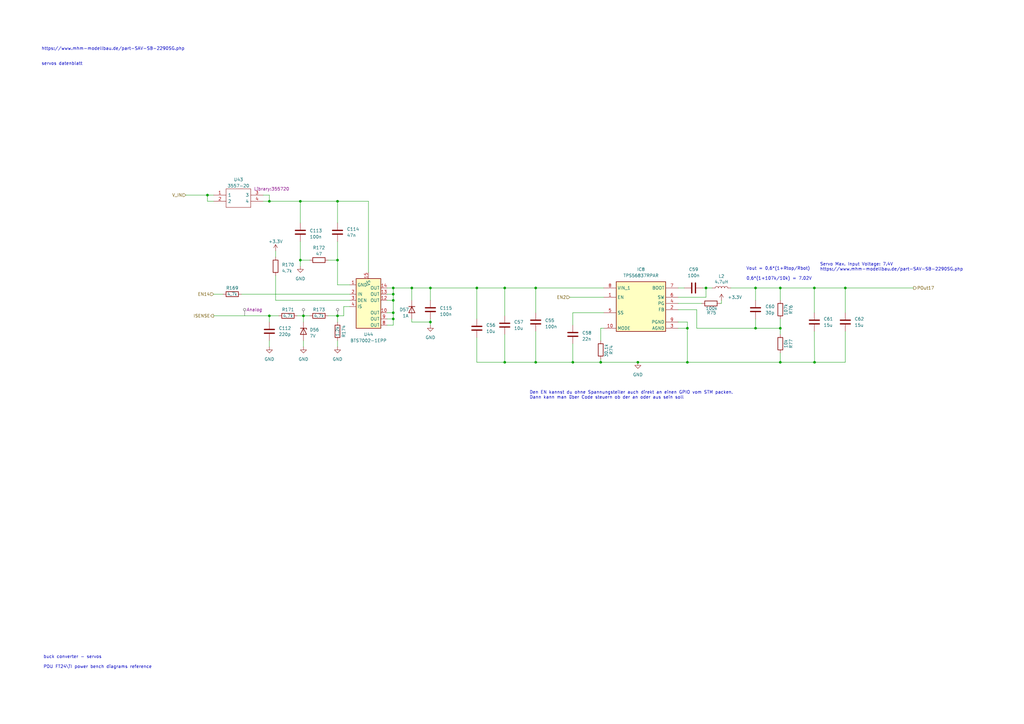
<source format=kicad_sch>
(kicad_sch
	(version 20231120)
	(generator "eeschema")
	(generator_version "8.0")
	(uuid "651c55ac-47e2-4749-a13d-945712a6f449")
	(paper "A3")
	(title_block
		(title "PDU FT24")
		(company "Nived Jayaprakash Nambiar ")
		(comment 1 "FasTTUBe Electronics")
	)
	(lib_symbols
		(symbol "3557-15:3557-15"
			(pin_names
				(offset 0.762)
			)
			(exclude_from_sim no)
			(in_bom yes)
			(on_board yes)
			(property "Reference" "U43"
				(at 10.16 6.35 0)
				(effects
					(font
						(size 1.27 1.27)
					)
				)
			)
			(property "Value" "3557-20"
				(at 10.16 3.81 0)
				(effects
					(font
						(size 1.27 1.27)
					)
				)
			)
			(property "Footprint" "Library:355720"
				(at 16.51 2.54 0)
				(effects
					(font
						(size 1.27 1.27)
					)
					(justify left)
				)
			)
			(property "Datasheet" "https://componentsearchengine.com/Datasheets/1/3557-15.pdf"
				(at 16.51 0 0)
				(effects
					(font
						(size 1.27 1.27)
					)
					(justify left)
					(hide yes)
				)
			)
			(property "Description" "Fuse Holder T/H 2 IN 1 AUTO BLDE HOLDER, BLUE 15A"
				(at 16.51 -2.54 0)
				(effects
					(font
						(size 1.27 1.27)
					)
					(justify left)
					(hide yes)
				)
			)
			(property "Height" "7.37"
				(at 16.51 -5.08 0)
				(effects
					(font
						(size 1.27 1.27)
					)
					(justify left)
					(hide yes)
				)
			)
			(property "heisener Part Number" ""
				(at 16.51 -7.62 0)
				(effects
					(font
						(size 1.27 1.27)
					)
					(justify left)
					(hide yes)
				)
			)
			(property "heisener Price/Stock" ""
				(at 16.51 -10.16 0)
				(effects
					(font
						(size 1.27 1.27)
					)
					(justify left)
					(hide yes)
				)
			)
			(property "Manufacturer_Name" "Keystone Electronics"
				(at 16.51 -12.7 0)
				(effects
					(font
						(size 1.27 1.27)
					)
					(justify left)
					(hide yes)
				)
			)
			(property "Manufacturer_Part_Number" "3557-15"
				(at 16.51 -15.24 0)
				(effects
					(font
						(size 1.27 1.27)
					)
					(justify left)
					(hide yes)
				)
			)
			(symbol "3557-15_0_0"
				(pin passive line
					(at 0 0 0)
					(length 5.08)
					(name "1"
						(effects
							(font
								(size 1.27 1.27)
							)
						)
					)
					(number "1"
						(effects
							(font
								(size 1.27 1.27)
							)
						)
					)
				)
				(pin passive line
					(at 0 -2.54 0)
					(length 5.08)
					(name "2"
						(effects
							(font
								(size 1.27 1.27)
							)
						)
					)
					(number "2"
						(effects
							(font
								(size 1.27 1.27)
							)
						)
					)
				)
				(pin passive line
					(at 20.32 0 180)
					(length 5.08)
					(name "3"
						(effects
							(font
								(size 1.27 1.27)
							)
						)
					)
					(number "3"
						(effects
							(font
								(size 1.27 1.27)
							)
						)
					)
				)
				(pin passive line
					(at 20.32 -2.54 180)
					(length 5.08)
					(name "4"
						(effects
							(font
								(size 1.27 1.27)
							)
						)
					)
					(number "4"
						(effects
							(font
								(size 1.27 1.27)
							)
						)
					)
				)
			)
			(symbol "3557-15_0_1"
				(polyline
					(pts
						(xy 5.08 2.54) (xy 15.24 2.54) (xy 15.24 -5.08) (xy 5.08 -5.08) (xy 5.08 2.54)
					)
					(stroke
						(width 0.1524)
						(type solid)
					)
					(fill
						(type none)
					)
				)
			)
		)
		(symbol "Device:C"
			(pin_numbers hide)
			(pin_names
				(offset 0.254)
			)
			(exclude_from_sim no)
			(in_bom yes)
			(on_board yes)
			(property "Reference" "C"
				(at 0.635 2.54 0)
				(effects
					(font
						(size 1.27 1.27)
					)
					(justify left)
				)
			)
			(property "Value" "C"
				(at 0.635 -2.54 0)
				(effects
					(font
						(size 1.27 1.27)
					)
					(justify left)
				)
			)
			(property "Footprint" ""
				(at 0.9652 -3.81 0)
				(effects
					(font
						(size 1.27 1.27)
					)
					(hide yes)
				)
			)
			(property "Datasheet" "~"
				(at 0 0 0)
				(effects
					(font
						(size 1.27 1.27)
					)
					(hide yes)
				)
			)
			(property "Description" "Unpolarized capacitor"
				(at 0 0 0)
				(effects
					(font
						(size 1.27 1.27)
					)
					(hide yes)
				)
			)
			(property "ki_keywords" "cap capacitor"
				(at 0 0 0)
				(effects
					(font
						(size 1.27 1.27)
					)
					(hide yes)
				)
			)
			(property "ki_fp_filters" "C_*"
				(at 0 0 0)
				(effects
					(font
						(size 1.27 1.27)
					)
					(hide yes)
				)
			)
			(symbol "C_0_1"
				(polyline
					(pts
						(xy -2.032 -0.762) (xy 2.032 -0.762)
					)
					(stroke
						(width 0.508)
						(type default)
					)
					(fill
						(type none)
					)
				)
				(polyline
					(pts
						(xy -2.032 0.762) (xy 2.032 0.762)
					)
					(stroke
						(width 0.508)
						(type default)
					)
					(fill
						(type none)
					)
				)
			)
			(symbol "C_1_1"
				(pin passive line
					(at 0 3.81 270)
					(length 2.794)
					(name "~"
						(effects
							(font
								(size 1.27 1.27)
							)
						)
					)
					(number "1"
						(effects
							(font
								(size 1.27 1.27)
							)
						)
					)
				)
				(pin passive line
					(at 0 -3.81 90)
					(length 2.794)
					(name "~"
						(effects
							(font
								(size 1.27 1.27)
							)
						)
					)
					(number "2"
						(effects
							(font
								(size 1.27 1.27)
							)
						)
					)
				)
			)
		)
		(symbol "Device:D"
			(pin_numbers hide)
			(pin_names
				(offset 1.016) hide)
			(exclude_from_sim no)
			(in_bom yes)
			(on_board yes)
			(property "Reference" "D"
				(at 0 2.54 0)
				(effects
					(font
						(size 1.27 1.27)
					)
				)
			)
			(property "Value" "D"
				(at 0 -2.54 0)
				(effects
					(font
						(size 1.27 1.27)
					)
				)
			)
			(property "Footprint" ""
				(at 0 0 0)
				(effects
					(font
						(size 1.27 1.27)
					)
					(hide yes)
				)
			)
			(property "Datasheet" "~"
				(at 0 0 0)
				(effects
					(font
						(size 1.27 1.27)
					)
					(hide yes)
				)
			)
			(property "Description" "Diode"
				(at 0 0 0)
				(effects
					(font
						(size 1.27 1.27)
					)
					(hide yes)
				)
			)
			(property "Sim.Device" "D"
				(at 0 0 0)
				(effects
					(font
						(size 1.27 1.27)
					)
					(hide yes)
				)
			)
			(property "Sim.Pins" "1=K 2=A"
				(at 0 0 0)
				(effects
					(font
						(size 1.27 1.27)
					)
					(hide yes)
				)
			)
			(property "ki_keywords" "diode"
				(at 0 0 0)
				(effects
					(font
						(size 1.27 1.27)
					)
					(hide yes)
				)
			)
			(property "ki_fp_filters" "TO-???* *_Diode_* *SingleDiode* D_*"
				(at 0 0 0)
				(effects
					(font
						(size 1.27 1.27)
					)
					(hide yes)
				)
			)
			(symbol "D_0_1"
				(polyline
					(pts
						(xy -1.27 1.27) (xy -1.27 -1.27)
					)
					(stroke
						(width 0.254)
						(type default)
					)
					(fill
						(type none)
					)
				)
				(polyline
					(pts
						(xy 1.27 0) (xy -1.27 0)
					)
					(stroke
						(width 0)
						(type default)
					)
					(fill
						(type none)
					)
				)
				(polyline
					(pts
						(xy 1.27 1.27) (xy 1.27 -1.27) (xy -1.27 0) (xy 1.27 1.27)
					)
					(stroke
						(width 0.254)
						(type default)
					)
					(fill
						(type none)
					)
				)
			)
			(symbol "D_1_1"
				(pin passive line
					(at -3.81 0 0)
					(length 2.54)
					(name "K"
						(effects
							(font
								(size 1.27 1.27)
							)
						)
					)
					(number "1"
						(effects
							(font
								(size 1.27 1.27)
							)
						)
					)
				)
				(pin passive line
					(at 3.81 0 180)
					(length 2.54)
					(name "A"
						(effects
							(font
								(size 1.27 1.27)
							)
						)
					)
					(number "2"
						(effects
							(font
								(size 1.27 1.27)
							)
						)
					)
				)
			)
		)
		(symbol "Device:D_Zener"
			(pin_numbers hide)
			(pin_names
				(offset 1.016) hide)
			(exclude_from_sim no)
			(in_bom yes)
			(on_board yes)
			(property "Reference" "D"
				(at 0 2.54 0)
				(effects
					(font
						(size 1.27 1.27)
					)
				)
			)
			(property "Value" "D_Zener"
				(at 0 -2.54 0)
				(effects
					(font
						(size 1.27 1.27)
					)
				)
			)
			(property "Footprint" ""
				(at 0 0 0)
				(effects
					(font
						(size 1.27 1.27)
					)
					(hide yes)
				)
			)
			(property "Datasheet" "~"
				(at 0 0 0)
				(effects
					(font
						(size 1.27 1.27)
					)
					(hide yes)
				)
			)
			(property "Description" "Zener diode"
				(at 0 0 0)
				(effects
					(font
						(size 1.27 1.27)
					)
					(hide yes)
				)
			)
			(property "ki_keywords" "diode"
				(at 0 0 0)
				(effects
					(font
						(size 1.27 1.27)
					)
					(hide yes)
				)
			)
			(property "ki_fp_filters" "TO-???* *_Diode_* *SingleDiode* D_*"
				(at 0 0 0)
				(effects
					(font
						(size 1.27 1.27)
					)
					(hide yes)
				)
			)
			(symbol "D_Zener_0_1"
				(polyline
					(pts
						(xy 1.27 0) (xy -1.27 0)
					)
					(stroke
						(width 0)
						(type default)
					)
					(fill
						(type none)
					)
				)
				(polyline
					(pts
						(xy -1.27 -1.27) (xy -1.27 1.27) (xy -0.762 1.27)
					)
					(stroke
						(width 0.254)
						(type default)
					)
					(fill
						(type none)
					)
				)
				(polyline
					(pts
						(xy 1.27 -1.27) (xy 1.27 1.27) (xy -1.27 0) (xy 1.27 -1.27)
					)
					(stroke
						(width 0.254)
						(type default)
					)
					(fill
						(type none)
					)
				)
			)
			(symbol "D_Zener_1_1"
				(pin passive line
					(at -3.81 0 0)
					(length 2.54)
					(name "K"
						(effects
							(font
								(size 1.27 1.27)
							)
						)
					)
					(number "1"
						(effects
							(font
								(size 1.27 1.27)
							)
						)
					)
				)
				(pin passive line
					(at 3.81 0 180)
					(length 2.54)
					(name "A"
						(effects
							(font
								(size 1.27 1.27)
							)
						)
					)
					(number "2"
						(effects
							(font
								(size 1.27 1.27)
							)
						)
					)
				)
			)
		)
		(symbol "Device:L"
			(pin_numbers hide)
			(pin_names
				(offset 1.016) hide)
			(exclude_from_sim no)
			(in_bom yes)
			(on_board yes)
			(property "Reference" "L"
				(at -1.27 0 90)
				(effects
					(font
						(size 1.27 1.27)
					)
				)
			)
			(property "Value" "L"
				(at 1.905 0 90)
				(effects
					(font
						(size 1.27 1.27)
					)
				)
			)
			(property "Footprint" ""
				(at 0 0 0)
				(effects
					(font
						(size 1.27 1.27)
					)
					(hide yes)
				)
			)
			(property "Datasheet" "~"
				(at 0 0 0)
				(effects
					(font
						(size 1.27 1.27)
					)
					(hide yes)
				)
			)
			(property "Description" "Inductor"
				(at 0 0 0)
				(effects
					(font
						(size 1.27 1.27)
					)
					(hide yes)
				)
			)
			(property "ki_keywords" "inductor choke coil reactor magnetic"
				(at 0 0 0)
				(effects
					(font
						(size 1.27 1.27)
					)
					(hide yes)
				)
			)
			(property "ki_fp_filters" "Choke_* *Coil* Inductor_* L_*"
				(at 0 0 0)
				(effects
					(font
						(size 1.27 1.27)
					)
					(hide yes)
				)
			)
			(symbol "L_0_1"
				(arc
					(start 0 -2.54)
					(mid 0.6323 -1.905)
					(end 0 -1.27)
					(stroke
						(width 0)
						(type default)
					)
					(fill
						(type none)
					)
				)
				(arc
					(start 0 -1.27)
					(mid 0.6323 -0.635)
					(end 0 0)
					(stroke
						(width 0)
						(type default)
					)
					(fill
						(type none)
					)
				)
				(arc
					(start 0 0)
					(mid 0.6323 0.635)
					(end 0 1.27)
					(stroke
						(width 0)
						(type default)
					)
					(fill
						(type none)
					)
				)
				(arc
					(start 0 1.27)
					(mid 0.6323 1.905)
					(end 0 2.54)
					(stroke
						(width 0)
						(type default)
					)
					(fill
						(type none)
					)
				)
			)
			(symbol "L_1_1"
				(pin passive line
					(at 0 3.81 270)
					(length 1.27)
					(name "1"
						(effects
							(font
								(size 1.27 1.27)
							)
						)
					)
					(number "1"
						(effects
							(font
								(size 1.27 1.27)
							)
						)
					)
				)
				(pin passive line
					(at 0 -3.81 90)
					(length 1.27)
					(name "2"
						(effects
							(font
								(size 1.27 1.27)
							)
						)
					)
					(number "2"
						(effects
							(font
								(size 1.27 1.27)
							)
						)
					)
				)
			)
		)
		(symbol "Device:R"
			(pin_numbers hide)
			(pin_names
				(offset 0)
			)
			(exclude_from_sim no)
			(in_bom yes)
			(on_board yes)
			(property "Reference" "R"
				(at 2.032 0 90)
				(effects
					(font
						(size 1.27 1.27)
					)
				)
			)
			(property "Value" "R"
				(at 0 0 90)
				(effects
					(font
						(size 1.27 1.27)
					)
				)
			)
			(property "Footprint" ""
				(at -1.778 0 90)
				(effects
					(font
						(size 1.27 1.27)
					)
					(hide yes)
				)
			)
			(property "Datasheet" "~"
				(at 0 0 0)
				(effects
					(font
						(size 1.27 1.27)
					)
					(hide yes)
				)
			)
			(property "Description" "Resistor"
				(at 0 0 0)
				(effects
					(font
						(size 1.27 1.27)
					)
					(hide yes)
				)
			)
			(property "ki_keywords" "R res resistor"
				(at 0 0 0)
				(effects
					(font
						(size 1.27 1.27)
					)
					(hide yes)
				)
			)
			(property "ki_fp_filters" "R_*"
				(at 0 0 0)
				(effects
					(font
						(size 1.27 1.27)
					)
					(hide yes)
				)
			)
			(symbol "R_0_1"
				(rectangle
					(start -1.016 -2.54)
					(end 1.016 2.54)
					(stroke
						(width 0.254)
						(type default)
					)
					(fill
						(type none)
					)
				)
			)
			(symbol "R_1_1"
				(pin passive line
					(at 0 3.81 270)
					(length 1.27)
					(name "~"
						(effects
							(font
								(size 1.27 1.27)
							)
						)
					)
					(number "1"
						(effects
							(font
								(size 1.27 1.27)
							)
						)
					)
				)
				(pin passive line
					(at 0 -3.81 90)
					(length 1.27)
					(name "~"
						(effects
							(font
								(size 1.27 1.27)
							)
						)
					)
					(number "2"
						(effects
							(font
								(size 1.27 1.27)
							)
						)
					)
				)
			)
		)
		(symbol "PROFET:BTS7002-1EPP"
			(exclude_from_sim no)
			(in_bom yes)
			(on_board yes)
			(property "Reference" "U44"
				(at 0 -17.78 0)
				(effects
					(font
						(size 1.27 1.27)
					)
				)
			)
			(property "Value" "BTS7002-1EPP"
				(at 0 -20.32 0)
				(effects
					(font
						(size 1.27 1.27)
					)
				)
			)
			(property "Footprint" "Package_SO:Infineon_PG-TSDSO-14-22"
				(at -25.4 -16.51 0)
				(effects
					(font
						(size 1.27 1.27)
					)
					(hide yes)
				)
			)
			(property "Datasheet" "https://www.infineon.com/dgdl/Infineon-BTS7002-1EPP-DataSheet-v01_10-EN.pdf?fileId=5546d46278d64ffd0178d95f93655dc0"
				(at -1.27 -19.05 0)
				(effects
					(font
						(size 1.27 1.27)
					)
					(hide yes)
				)
			)
			(property "Description" "Smart High-Side Power Switch, PROFET, One Channel, 12V, 21A, Rds(on) 2.6mΩ, PG-TSDSO-14-22"
				(at 0 0 0)
				(effects
					(font
						(size 1.27 1.27)
					)
					(hide yes)
				)
			)
			(property "ki_keywords" "BTS7004"
				(at 0 0 0)
				(effects
					(font
						(size 1.27 1.27)
					)
					(hide yes)
				)
			)
			(property "ki_fp_filters" "Infineon*TSDSO*22*"
				(at 0 0 0)
				(effects
					(font
						(size 1.27 1.27)
					)
					(hide yes)
				)
			)
			(symbol "BTS7002-1EPP_0_1"
				(rectangle
					(start -5.08 5.08)
					(end 5.08 -15.24)
					(stroke
						(width 0.254)
						(type default)
					)
					(fill
						(type background)
					)
				)
			)
			(symbol "BTS7002-1EPP_1_1"
				(pin power_out line
					(at -7.62 2.54 0)
					(length 2.54)
					(name "GND"
						(effects
							(font
								(size 1.27 1.27)
							)
						)
					)
					(number "1"
						(effects
							(font
								(size 1.27 1.27)
							)
						)
					)
				)
				(pin passive line
					(at 7.62 -8.89 180)
					(length 2.54)
					(name "OUT"
						(effects
							(font
								(size 1.27 1.27)
							)
						)
					)
					(number "10"
						(effects
							(font
								(size 1.27 1.27)
							)
						)
					)
				)
				(pin no_connect line
					(at 7.62 -6.35 180)
					(length 2.54) hide
					(name "NC"
						(effects
							(font
								(size 1.27 1.27)
							)
						)
					)
					(number "11"
						(effects
							(font
								(size 1.27 1.27)
							)
						)
					)
				)
				(pin passive line
					(at 7.62 -3.81 180)
					(length 2.54)
					(name "OUT"
						(effects
							(font
								(size 1.27 1.27)
							)
						)
					)
					(number "12"
						(effects
							(font
								(size 1.27 1.27)
							)
						)
					)
				)
				(pin passive line
					(at 7.62 -1.27 180)
					(length 2.54)
					(name "OUT"
						(effects
							(font
								(size 1.27 1.27)
							)
						)
					)
					(number "13"
						(effects
							(font
								(size 1.27 1.27)
							)
						)
					)
				)
				(pin power_out line
					(at 7.62 1.27 180)
					(length 2.54)
					(name "OUT"
						(effects
							(font
								(size 1.27 1.27)
							)
						)
					)
					(number "14"
						(effects
							(font
								(size 1.27 1.27)
							)
						)
					)
				)
				(pin input line
					(at 0 7.62 270)
					(length 2.54)
					(name "VS"
						(effects
							(font
								(size 1.27 1.27)
							)
						)
					)
					(number "15"
						(effects
							(font
								(size 1.27 1.27)
							)
						)
					)
				)
				(pin input line
					(at -7.62 -1.27 0)
					(length 2.54)
					(name "IN"
						(effects
							(font
								(size 1.27 1.27)
							)
						)
					)
					(number "2"
						(effects
							(font
								(size 1.27 1.27)
							)
						)
					)
				)
				(pin input line
					(at -7.62 -3.81 0)
					(length 2.54)
					(name "DEN"
						(effects
							(font
								(size 1.27 1.27)
							)
						)
					)
					(number "3"
						(effects
							(font
								(size 1.27 1.27)
							)
						)
					)
				)
				(pin output line
					(at -7.62 -6.35 0)
					(length 2.54)
					(name "IS"
						(effects
							(font
								(size 1.27 1.27)
							)
						)
					)
					(number "4"
						(effects
							(font
								(size 1.27 1.27)
							)
						)
					)
				)
				(pin no_connect line
					(at -7.62 -8.89 0)
					(length 2.54) hide
					(name "NC"
						(effects
							(font
								(size 1.27 1.27)
							)
						)
					)
					(number "5"
						(effects
							(font
								(size 1.27 1.27)
							)
						)
					)
				)
				(pin no_connect line
					(at -7.62 -11.43 0)
					(length 2.54) hide
					(name "NC"
						(effects
							(font
								(size 1.27 1.27)
							)
						)
					)
					(number "6"
						(effects
							(font
								(size 1.27 1.27)
							)
						)
					)
				)
				(pin no_connect line
					(at -7.62 -13.97 0)
					(length 2.54) hide
					(name "NC"
						(effects
							(font
								(size 1.27 1.27)
							)
						)
					)
					(number "7"
						(effects
							(font
								(size 1.27 1.27)
							)
						)
					)
				)
				(pin passive line
					(at 7.62 -13.97 180)
					(length 2.54)
					(name "OUT"
						(effects
							(font
								(size 1.27 1.27)
							)
						)
					)
					(number "8"
						(effects
							(font
								(size 1.27 1.27)
							)
						)
					)
				)
				(pin passive line
					(at 7.62 -11.43 180)
					(length 2.54)
					(name "OUT"
						(effects
							(font
								(size 1.27 1.27)
							)
						)
					)
					(number "9"
						(effects
							(font
								(size 1.27 1.27)
							)
						)
					)
				)
			)
		)
		(symbol "TPS56837RPAR:TPS56837RPAR"
			(exclude_from_sim no)
			(in_bom yes)
			(on_board yes)
			(property "Reference" "IC"
				(at 26.67 7.62 0)
				(effects
					(font
						(size 1.27 1.27)
					)
					(justify left top)
				)
			)
			(property "Value" "TPS56837RPAR"
				(at 26.67 5.08 0)
				(effects
					(font
						(size 1.27 1.27)
					)
					(justify left top)
				)
			)
			(property "Footprint" "XTPS56637RPAT"
				(at 26.67 -94.92 0)
				(effects
					(font
						(size 1.27 1.27)
					)
					(justify left top)
					(hide yes)
				)
			)
			(property "Datasheet" "https://www.ti.com/lit/gpn/tps56837"
				(at 26.67 -194.92 0)
				(effects
					(font
						(size 1.27 1.27)
					)
					(justify left top)
					(hide yes)
				)
			)
			(property "Description" "8-A Synchronous Buck Converter"
				(at 0 0 0)
				(effects
					(font
						(size 1.27 1.27)
					)
					(hide yes)
				)
			)
			(property "Height" "1"
				(at 26.67 -394.92 0)
				(effects
					(font
						(size 1.27 1.27)
					)
					(justify left top)
					(hide yes)
				)
			)
			(property "Manufacturer_Name" "Texas Instruments"
				(at 26.67 -494.92 0)
				(effects
					(font
						(size 1.27 1.27)
					)
					(justify left top)
					(hide yes)
				)
			)
			(property "Manufacturer_Part_Number" "TPS56837RPAR"
				(at 26.67 -594.92 0)
				(effects
					(font
						(size 1.27 1.27)
					)
					(justify left top)
					(hide yes)
				)
			)
			(property "Mouser Part Number" ""
				(at 26.67 -694.92 0)
				(effects
					(font
						(size 1.27 1.27)
					)
					(justify left top)
					(hide yes)
				)
			)
			(property "Mouser Price/Stock" ""
				(at 26.67 -794.92 0)
				(effects
					(font
						(size 1.27 1.27)
					)
					(justify left top)
					(hide yes)
				)
			)
			(property "Arrow Part Number" ""
				(at 26.67 -894.92 0)
				(effects
					(font
						(size 1.27 1.27)
					)
					(justify left top)
					(hide yes)
				)
			)
			(property "Arrow Price/Stock" ""
				(at 26.67 -994.92 0)
				(effects
					(font
						(size 1.27 1.27)
					)
					(justify left top)
					(hide yes)
				)
			)
			(symbol "TPS56837RPAR_1_1"
				(rectangle
					(start 5.08 2.54)
					(end 25.4 -17.78)
					(stroke
						(width 0.254)
						(type default)
					)
					(fill
						(type background)
					)
				)
				(pin passive line
					(at 0 -3.81 0)
					(length 5.08)
					(name "EN"
						(effects
							(font
								(size 1.27 1.27)
							)
						)
					)
					(number "1"
						(effects
							(font
								(size 1.27 1.27)
							)
						)
					)
				)
				(pin passive line
					(at 0 -16.51 0)
					(length 5.08)
					(name "MODE"
						(effects
							(font
								(size 1.27 1.27)
							)
						)
					)
					(number "10"
						(effects
							(font
								(size 1.27 1.27)
							)
						)
					)
				)
				(pin passive line
					(at 30.48 -8.89 180)
					(length 5.08)
					(name "FB"
						(effects
							(font
								(size 1.27 1.27)
							)
						)
					)
					(number "2"
						(effects
							(font
								(size 1.27 1.27)
							)
						)
					)
				)
				(pin passive line
					(at 30.48 -16.51 180)
					(length 5.08)
					(name "AGND"
						(effects
							(font
								(size 1.27 1.27)
							)
						)
					)
					(number "3"
						(effects
							(font
								(size 1.27 1.27)
							)
						)
					)
				)
				(pin passive line
					(at 30.48 -6.35 180)
					(length 5.08)
					(name "PG"
						(effects
							(font
								(size 1.27 1.27)
							)
						)
					)
					(number "4"
						(effects
							(font
								(size 1.27 1.27)
							)
						)
					)
				)
				(pin passive line
					(at 0 -10.16 0)
					(length 5.08)
					(name "SS"
						(effects
							(font
								(size 1.27 1.27)
							)
						)
					)
					(number "5"
						(effects
							(font
								(size 1.27 1.27)
							)
						)
					)
				)
				(pin passive line
					(at 30.48 -3.81 180)
					(length 5.08)
					(name "SW"
						(effects
							(font
								(size 1.27 1.27)
							)
						)
					)
					(number "6"
						(effects
							(font
								(size 1.27 1.27)
							)
						)
					)
				)
				(pin passive line
					(at 30.48 0 180)
					(length 5.08)
					(name "BOOT"
						(effects
							(font
								(size 1.27 1.27)
							)
						)
					)
					(number "7"
						(effects
							(font
								(size 1.27 1.27)
							)
						)
					)
				)
				(pin passive line
					(at 0 0 0)
					(length 5.08)
					(name "VIN_1"
						(effects
							(font
								(size 1.27 1.27)
							)
						)
					)
					(number "8"
						(effects
							(font
								(size 1.27 1.27)
							)
						)
					)
				)
				(pin passive line
					(at 30.48 -13.97 180)
					(length 5.08)
					(name "PGND"
						(effects
							(font
								(size 1.27 1.27)
							)
						)
					)
					(number "9"
						(effects
							(font
								(size 1.27 1.27)
							)
						)
					)
				)
			)
		)
		(symbol "power:+3.3V"
			(power)
			(pin_names
				(offset 0)
			)
			(exclude_from_sim no)
			(in_bom yes)
			(on_board yes)
			(property "Reference" "#PWR"
				(at 0 -3.81 0)
				(effects
					(font
						(size 1.27 1.27)
					)
					(hide yes)
				)
			)
			(property "Value" "+3.3V"
				(at 0 3.556 0)
				(effects
					(font
						(size 1.27 1.27)
					)
				)
			)
			(property "Footprint" ""
				(at 0 0 0)
				(effects
					(font
						(size 1.27 1.27)
					)
					(hide yes)
				)
			)
			(property "Datasheet" ""
				(at 0 0 0)
				(effects
					(font
						(size 1.27 1.27)
					)
					(hide yes)
				)
			)
			(property "Description" "Power symbol creates a global label with name \"+3.3V\""
				(at 0 0 0)
				(effects
					(font
						(size 1.27 1.27)
					)
					(hide yes)
				)
			)
			(property "ki_keywords" "global power"
				(at 0 0 0)
				(effects
					(font
						(size 1.27 1.27)
					)
					(hide yes)
				)
			)
			(symbol "+3.3V_0_1"
				(polyline
					(pts
						(xy -0.762 1.27) (xy 0 2.54)
					)
					(stroke
						(width 0)
						(type default)
					)
					(fill
						(type none)
					)
				)
				(polyline
					(pts
						(xy 0 0) (xy 0 2.54)
					)
					(stroke
						(width 0)
						(type default)
					)
					(fill
						(type none)
					)
				)
				(polyline
					(pts
						(xy 0 2.54) (xy 0.762 1.27)
					)
					(stroke
						(width 0)
						(type default)
					)
					(fill
						(type none)
					)
				)
			)
			(symbol "+3.3V_1_1"
				(pin power_in line
					(at 0 0 90)
					(length 0) hide
					(name "+3.3V"
						(effects
							(font
								(size 1.27 1.27)
							)
						)
					)
					(number "1"
						(effects
							(font
								(size 1.27 1.27)
							)
						)
					)
				)
			)
		)
		(symbol "power:GND"
			(power)
			(pin_names
				(offset 0)
			)
			(exclude_from_sim no)
			(in_bom yes)
			(on_board yes)
			(property "Reference" "#PWR"
				(at 0 -6.35 0)
				(effects
					(font
						(size 1.27 1.27)
					)
					(hide yes)
				)
			)
			(property "Value" "GND"
				(at 0 -3.81 0)
				(effects
					(font
						(size 1.27 1.27)
					)
				)
			)
			(property "Footprint" ""
				(at 0 0 0)
				(effects
					(font
						(size 1.27 1.27)
					)
					(hide yes)
				)
			)
			(property "Datasheet" ""
				(at 0 0 0)
				(effects
					(font
						(size 1.27 1.27)
					)
					(hide yes)
				)
			)
			(property "Description" "Power symbol creates a global label with name \"GND\" , ground"
				(at 0 0 0)
				(effects
					(font
						(size 1.27 1.27)
					)
					(hide yes)
				)
			)
			(property "ki_keywords" "global power"
				(at 0 0 0)
				(effects
					(font
						(size 1.27 1.27)
					)
					(hide yes)
				)
			)
			(symbol "GND_0_1"
				(polyline
					(pts
						(xy 0 0) (xy 0 -1.27) (xy 1.27 -1.27) (xy 0 -2.54) (xy -1.27 -1.27) (xy 0 -1.27)
					)
					(stroke
						(width 0)
						(type default)
					)
					(fill
						(type none)
					)
				)
			)
			(symbol "GND_1_1"
				(pin power_in line
					(at 0 0 270)
					(length 0) hide
					(name "GND"
						(effects
							(font
								(size 1.27 1.27)
							)
						)
					)
					(number "1"
						(effects
							(font
								(size 1.27 1.27)
							)
						)
					)
				)
			)
		)
	)
	(junction
		(at 176.53 132.08)
		(diameter 0)
		(color 0 0 0 0)
		(uuid "052b0d03-a562-4688-b1dc-f9cbfab2905b")
	)
	(junction
		(at 123.19 82.55)
		(diameter 0)
		(color 0 0 0 0)
		(uuid "05e0cdf3-9dc3-45f6-b8c8-e2a765e46afd")
	)
	(junction
		(at 110.49 129.54)
		(diameter 0)
		(color 0 0 0 0)
		(uuid "05f8a7d6-37c4-441f-aed4-c074617e428f")
	)
	(junction
		(at 246.38 148.59)
		(diameter 0)
		(color 0 0 0 0)
		(uuid "07a8b4c7-6787-42a9-9f5a-657f0b51bf58")
	)
	(junction
		(at 281.94 148.59)
		(diameter 0)
		(color 0 0 0 0)
		(uuid "0ab4afab-b3ef-4274-9b6b-8137e040ed44")
	)
	(junction
		(at 161.29 118.11)
		(diameter 0)
		(color 0 0 0 0)
		(uuid "111c9fca-d0d4-44a5-b512-4d1fe2d98506")
	)
	(junction
		(at 176.53 118.11)
		(diameter 0)
		(color 0 0 0 0)
		(uuid "236c4ff6-b448-464d-958f-6e4e7837da42")
	)
	(junction
		(at 195.58 118.11)
		(diameter 0)
		(color 0 0 0 0)
		(uuid "35771823-9225-4753-aa4c-90b854a7657a")
	)
	(junction
		(at 138.43 82.55)
		(diameter 0)
		(color 0 0 0 0)
		(uuid "3a6934e4-650a-477b-80e1-ac4edd8e6f85")
	)
	(junction
		(at 289.56 118.11)
		(diameter 0)
		(color 0 0 0 0)
		(uuid "3cacf0b4-2def-4a87-b9e4-e2205ae23178")
	)
	(junction
		(at 138.43 129.54)
		(diameter 0)
		(color 0 0 0 0)
		(uuid "3d1e0189-d5f8-4f54-8468-9456fb064c50")
	)
	(junction
		(at 85.09 80.01)
		(diameter 0)
		(color 0 0 0 0)
		(uuid "3d40c95d-9d38-4d82-b8ec-7fd3ecb591cb")
	)
	(junction
		(at 110.49 82.55)
		(diameter 0)
		(color 0 0 0 0)
		(uuid "3fc5ac97-32b8-4206-9150-4444b01a8694")
	)
	(junction
		(at 309.88 134.62)
		(diameter 0)
		(color 0 0 0 0)
		(uuid "4921fdd8-a536-4192-a135-8944c62f1cd7")
	)
	(junction
		(at 320.04 148.59)
		(diameter 0)
		(color 0 0 0 0)
		(uuid "4a2d65e5-9dce-4964-8ad8-8883c0ab6792")
	)
	(junction
		(at 168.91 118.11)
		(diameter 0)
		(color 0 0 0 0)
		(uuid "4f52b759-f118-470c-a960-376754ad58a1")
	)
	(junction
		(at 207.01 118.11)
		(diameter 0)
		(color 0 0 0 0)
		(uuid "574cbd35-916e-4dfd-ab4d-270ba3a651aa")
	)
	(junction
		(at 346.71 118.11)
		(diameter 0)
		(color 0 0 0 0)
		(uuid "57b2a7a4-90a3-4d06-8969-32d072a569e5")
	)
	(junction
		(at 334.01 118.11)
		(diameter 0)
		(color 0 0 0 0)
		(uuid "6ad749be-6b99-4a44-b82a-8597a2c666a0")
	)
	(junction
		(at 161.29 130.81)
		(diameter 0)
		(color 0 0 0 0)
		(uuid "7d041853-8184-47a6-8ff2-819d7e645591")
	)
	(junction
		(at 320.04 134.62)
		(diameter 0)
		(color 0 0 0 0)
		(uuid "8e0d4e1c-69fd-47ea-9508-287dd88b1c64")
	)
	(junction
		(at 138.43 106.68)
		(diameter 0)
		(color 0 0 0 0)
		(uuid "90378781-c63b-4143-a25e-c59ffd603f7c")
	)
	(junction
		(at 207.01 148.59)
		(diameter 0)
		(color 0 0 0 0)
		(uuid "97e19b19-335b-4f24-bdd3-4d9a3feb8e87")
	)
	(junction
		(at 281.94 134.62)
		(diameter 0)
		(color 0 0 0 0)
		(uuid "99ad2b80-a003-443e-ad35-19f9ed95e827")
	)
	(junction
		(at 123.19 106.68)
		(diameter 0)
		(color 0 0 0 0)
		(uuid "9b576e60-ff8b-47d5-aa75-727bac91b970")
	)
	(junction
		(at 161.29 128.27)
		(diameter 0)
		(color 0 0 0 0)
		(uuid "9d84eac8-f74f-4d20-8c76-f1b39ab5f916")
	)
	(junction
		(at 161.29 123.19)
		(diameter 0)
		(color 0 0 0 0)
		(uuid "a8ce73b0-0d59-4a1d-9efb-d56178fd2bbe")
	)
	(junction
		(at 334.0779 148.59)
		(diameter 0)
		(color 0 0 0 0)
		(uuid "aaea3109-829c-43c5-a673-c7ec19df84c8")
	)
	(junction
		(at 124.46 129.54)
		(diameter 0)
		(color 0 0 0 0)
		(uuid "aeb7f462-8e6f-41e2-bc61-2294024c9718")
	)
	(junction
		(at 261.62 148.59)
		(diameter 0)
		(color 0 0 0 0)
		(uuid "b3a35cb6-0133-430c-8d8e-9f1f3204b08b")
	)
	(junction
		(at 309.88 118.11)
		(diameter 0)
		(color 0 0 0 0)
		(uuid "c7ba65d7-0c1b-4533-9a8c-8b8a6e08f784")
	)
	(junction
		(at 161.29 120.65)
		(diameter 0)
		(color 0 0 0 0)
		(uuid "cd107a78-1c2b-4b0b-b199-5297f67b69f4")
	)
	(junction
		(at 219.71 118.11)
		(diameter 0)
		(color 0 0 0 0)
		(uuid "d147a57e-867e-4bc4-940a-e8e3f9617252")
	)
	(junction
		(at 234.95 148.59)
		(diameter 0)
		(color 0 0 0 0)
		(uuid "db32b5ba-d6e2-4ada-a36f-48390c1a4ba0")
	)
	(junction
		(at 320.04 118.11)
		(diameter 0)
		(color 0 0 0 0)
		(uuid "dd0b5172-7385-4821-997b-53381e680208")
	)
	(junction
		(at 219.71 148.59)
		(diameter 0)
		(color 0 0 0 0)
		(uuid "de258e73-930d-4f13-9122-f0998fca0777")
	)
	(wire
		(pts
			(xy 288.29 118.11) (xy 289.56 118.11)
		)
		(stroke
			(width 0)
			(type default)
		)
		(uuid "03c81420-2beb-4fbc-a13b-4beb902b9d95")
	)
	(wire
		(pts
			(xy 281.94 134.62) (xy 281.94 148.59)
		)
		(stroke
			(width 0)
			(type default)
		)
		(uuid "0443e155-69c9-4b8d-b624-50cb1eabf484")
	)
	(wire
		(pts
			(xy 334.01 118.11) (xy 334.01 128.27)
		)
		(stroke
			(width 0)
			(type default)
		)
		(uuid "05a2d405-f8d6-4f0c-8b7e-1636a63749b4")
	)
	(wire
		(pts
			(xy 207.01 137.16) (xy 207.01 148.59)
		)
		(stroke
			(width 0)
			(type default)
		)
		(uuid "06669965-54b1-4040-a53e-d0d2ef2eb9f5")
	)
	(wire
		(pts
			(xy 123.19 106.68) (xy 123.19 109.22)
		)
		(stroke
			(width 0)
			(type default)
		)
		(uuid "0878e4d2-a76b-48d2-a4c5-d948eea77c25")
	)
	(wire
		(pts
			(xy 158.75 130.81) (xy 161.29 130.81)
		)
		(stroke
			(width 0)
			(type default)
		)
		(uuid "0b5ec64e-a6f1-4f46-a9ad-c4c10bbead28")
	)
	(wire
		(pts
			(xy 346.71 135.89) (xy 346.71 148.59)
		)
		(stroke
			(width 0)
			(type default)
		)
		(uuid "0ff42a16-931b-4ba9-b49e-cf51dedeec4d")
	)
	(wire
		(pts
			(xy 278.13 132.08) (xy 281.94 132.08)
		)
		(stroke
			(width 0)
			(type default)
		)
		(uuid "1022e066-5c75-42f4-9794-9b84ee10b991")
	)
	(wire
		(pts
			(xy 334.01 135.89) (xy 334.0779 148.59)
		)
		(stroke
			(width 0)
			(type default)
		)
		(uuid "117678a9-23ee-4651-8e88-86798e037660")
	)
	(wire
		(pts
			(xy 278.13 121.92) (xy 289.56 121.92)
		)
		(stroke
			(width 0)
			(type default)
		)
		(uuid "16fb67ff-0f98-429b-91cd-b19d2763b4ce")
	)
	(wire
		(pts
			(xy 334.0779 148.59) (xy 346.71 148.59)
		)
		(stroke
			(width 0)
			(type default)
		)
		(uuid "18d17264-105c-45b7-a389-8b9592301db0")
	)
	(wire
		(pts
			(xy 195.58 138.43) (xy 195.58 148.59)
		)
		(stroke
			(width 0)
			(type default)
		)
		(uuid "1e37b18e-203d-4c06-8a49-46cf2b201389")
	)
	(wire
		(pts
			(xy 320.04 134.62) (xy 320.04 137.16)
		)
		(stroke
			(width 0)
			(type default)
		)
		(uuid "1e8bf4c2-e292-496c-95ff-5eae4c2c5eae")
	)
	(wire
		(pts
			(xy 285.75 134.62) (xy 309.88 134.62)
		)
		(stroke
			(width 0)
			(type default)
		)
		(uuid "1ea93194-b478-40e5-812c-d0c4a27c5651")
	)
	(wire
		(pts
			(xy 168.91 132.08) (xy 176.53 132.08)
		)
		(stroke
			(width 0)
			(type default)
		)
		(uuid "1fe149b9-f476-4c52-8008-3f4d005beea0")
	)
	(wire
		(pts
			(xy 110.49 82.55) (xy 123.19 82.55)
		)
		(stroke
			(width 0)
			(type default)
		)
		(uuid "25271a41-f4db-4db3-97be-7869e5e787bd")
	)
	(wire
		(pts
			(xy 219.71 135.89) (xy 219.71 148.59)
		)
		(stroke
			(width 0)
			(type default)
		)
		(uuid "277a41d5-0449-4949-8c3e-3f3b4eeb1d95")
	)
	(wire
		(pts
			(xy 309.88 130.81) (xy 309.88 134.62)
		)
		(stroke
			(width 0)
			(type default)
		)
		(uuid "279231d1-7b0f-42b0-be25-23a1520ca555")
	)
	(wire
		(pts
			(xy 320.04 118.11) (xy 320.04 123.19)
		)
		(stroke
			(width 0)
			(type default)
		)
		(uuid "2816e194-93d0-4e75-9c98-2c824e9812e8")
	)
	(wire
		(pts
			(xy 123.19 106.68) (xy 123.19 99.06)
		)
		(stroke
			(width 0)
			(type default)
		)
		(uuid "2d86038f-5f23-4df0-93f3-d198f5e10680")
	)
	(wire
		(pts
			(xy 309.88 118.11) (xy 309.88 123.19)
		)
		(stroke
			(width 0)
			(type default)
		)
		(uuid "2e56c1a5-e1e9-4e8a-bd09-dc9bb8e1b1e7")
	)
	(wire
		(pts
			(xy 278.13 127) (xy 285.75 127)
		)
		(stroke
			(width 0)
			(type default)
		)
		(uuid "2ee1c5e9-ab18-4d2e-89c2-3c237b88901b")
	)
	(wire
		(pts
			(xy 195.58 118.11) (xy 207.01 118.11)
		)
		(stroke
			(width 0)
			(type default)
		)
		(uuid "308be5ea-d9e1-4e22-9ce8-dbf685337b18")
	)
	(wire
		(pts
			(xy 195.58 130.81) (xy 195.58 118.11)
		)
		(stroke
			(width 0)
			(type default)
		)
		(uuid "3440b542-ea14-47b0-9092-db1dec542b0d")
	)
	(wire
		(pts
			(xy 85.09 80.01) (xy 87.63 80.01)
		)
		(stroke
			(width 0)
			(type default)
		)
		(uuid "35d57351-78f0-4aee-8610-45a69fef5f1b")
	)
	(wire
		(pts
			(xy 138.43 129.54) (xy 134.62 129.54)
		)
		(stroke
			(width 0)
			(type default)
		)
		(uuid "36a5fced-7ed5-4982-9ad8-85a7f5e76e8a")
	)
	(wire
		(pts
			(xy 161.29 123.19) (xy 161.29 120.65)
		)
		(stroke
			(width 0)
			(type default)
		)
		(uuid "3c22eb2c-e63c-4f90-8dee-9dfd0eecbd65")
	)
	(wire
		(pts
			(xy 176.53 118.11) (xy 195.58 118.11)
		)
		(stroke
			(width 0)
			(type default)
		)
		(uuid "3ffd036b-3997-40c8-a331-e7701824a989")
	)
	(wire
		(pts
			(xy 127 106.68) (xy 123.19 106.68)
		)
		(stroke
			(width 0)
			(type default)
		)
		(uuid "4491a663-e928-4e80-b6c9-09a8e3a5cdd1")
	)
	(wire
		(pts
			(xy 195.58 148.59) (xy 207.01 148.59)
		)
		(stroke
			(width 0)
			(type default)
		)
		(uuid "44b52c5a-a378-4ecf-9ae1-276f3c86021b")
	)
	(wire
		(pts
			(xy 295.91 124.46) (xy 295.402 124.46)
		)
		(stroke
			(width 0)
			(type default)
		)
		(uuid "470f10b0-d721-4944-a740-72ff72fb742e")
	)
	(wire
		(pts
			(xy 295.91 124.46) (xy 295.91 123.19)
		)
		(stroke
			(width 0)
			(type default)
		)
		(uuid "4cb9dc44-e8b6-4de0-a316-30bd13a2852f")
	)
	(wire
		(pts
			(xy 234.95 148.59) (xy 246.38 148.59)
		)
		(stroke
			(width 0)
			(type default)
		)
		(uuid "4d18b10c-08b2-4068-8db6-e03006f6e43a")
	)
	(wire
		(pts
			(xy 143.51 116.84) (xy 138.43 116.84)
		)
		(stroke
			(width 0)
			(type default)
		)
		(uuid "4e3b4cc9-7fa7-4bb0-a345-eb7eb4c736fb")
	)
	(wire
		(pts
			(xy 123.19 82.55) (xy 123.19 91.44)
		)
		(stroke
			(width 0)
			(type default)
		)
		(uuid "4efb17da-419a-4ddc-bc2d-f6d8d762a794")
	)
	(wire
		(pts
			(xy 176.53 118.11) (xy 176.53 123.19)
		)
		(stroke
			(width 0)
			(type default)
		)
		(uuid "4f3ea354-0796-4e21-bf3c-d4688a1e0042")
	)
	(wire
		(pts
			(xy 87.63 120.65) (xy 91.44 120.65)
		)
		(stroke
			(width 0)
			(type default)
		)
		(uuid "52e7ae7e-550a-4e6e-8ac3-cfc84548901b")
	)
	(wire
		(pts
			(xy 247.65 128.27) (xy 234.95 128.27)
		)
		(stroke
			(width 0)
			(type default)
		)
		(uuid "531ffb91-545a-46ff-a768-024253559bcf")
	)
	(wire
		(pts
			(xy 138.43 99.06) (xy 138.43 106.68)
		)
		(stroke
			(width 0)
			(type default)
		)
		(uuid "5673fcf3-7b68-45dd-aca0-7a9c392351cb")
	)
	(wire
		(pts
			(xy 168.91 118.11) (xy 176.53 118.11)
		)
		(stroke
			(width 0)
			(type default)
		)
		(uuid "5833581f-5e3c-4cf6-a8a0-d33f8ab84e57")
	)
	(wire
		(pts
			(xy 110.49 129.54) (xy 110.49 132.08)
		)
		(stroke
			(width 0)
			(type default)
		)
		(uuid "598a43e4-055f-49da-807e-2d195b1236a3")
	)
	(wire
		(pts
			(xy 246.38 148.59) (xy 261.62 148.59)
		)
		(stroke
			(width 0)
			(type default)
		)
		(uuid "5d5050ce-2b6a-4ef7-b566-12f71318e607")
	)
	(wire
		(pts
			(xy 246.38 148.59) (xy 246.38 147.32)
		)
		(stroke
			(width 0)
			(type default)
		)
		(uuid "5e5cc83e-6f34-46a2-a92b-f761527eeec3")
	)
	(wire
		(pts
			(xy 278.13 118.11) (xy 280.67 118.11)
		)
		(stroke
			(width 0)
			(type default)
		)
		(uuid "62dba394-81c3-4124-abbc-dc0a393168f8")
	)
	(wire
		(pts
			(xy 158.75 123.19) (xy 161.29 123.19)
		)
		(stroke
			(width 0)
			(type default)
		)
		(uuid "63298012-3389-45da-8464-9ce318fe8bd7")
	)
	(wire
		(pts
			(xy 320.04 130.81) (xy 320.04 134.62)
		)
		(stroke
			(width 0)
			(type default)
		)
		(uuid "64ed92bd-3137-4e52-b841-f18d55075c6a")
	)
	(wire
		(pts
			(xy 140.97 129.54) (xy 140.97 125.73)
		)
		(stroke
			(width 0)
			(type default)
		)
		(uuid "688ce794-a427-4367-8ea7-88624b075a24")
	)
	(wire
		(pts
			(xy 138.43 132.08) (xy 138.43 129.54)
		)
		(stroke
			(width 0)
			(type default)
		)
		(uuid "6aee3442-c104-4102-b3f2-670eea2121d1")
	)
	(wire
		(pts
			(xy 219.71 118.11) (xy 247.65 118.11)
		)
		(stroke
			(width 0)
			(type default)
		)
		(uuid "6b757abe-8624-43e6-a100-ca84b155f796")
	)
	(wire
		(pts
			(xy 87.63 129.54) (xy 110.49 129.54)
		)
		(stroke
			(width 0)
			(type default)
		)
		(uuid "6bd337dc-4083-4d41-830e-b09bb86ac107")
	)
	(wire
		(pts
			(xy 278.13 134.62) (xy 281.94 134.62)
		)
		(stroke
			(width 0)
			(type default)
		)
		(uuid "6c8e1f37-a96d-4237-b1dd-d533b777d929")
	)
	(wire
		(pts
			(xy 233.68 121.92) (xy 247.65 121.92)
		)
		(stroke
			(width 0)
			(type default)
		)
		(uuid "6d78de6a-2aa3-4eee-9146-5c906ce61c7d")
	)
	(wire
		(pts
			(xy 219.71 118.11) (xy 207.01 118.11)
		)
		(stroke
			(width 0)
			(type default)
		)
		(uuid "70246496-4176-4dbb-92d5-0d25cc2c035f")
	)
	(wire
		(pts
			(xy 289.56 118.11) (xy 292.1 118.11)
		)
		(stroke
			(width 0)
			(type default)
		)
		(uuid "72d401c5-6f50-447a-9486-9b36793753b6")
	)
	(wire
		(pts
			(xy 285.75 127) (xy 285.75 134.62)
		)
		(stroke
			(width 0)
			(type default)
		)
		(uuid "73a70511-94cf-4aba-bf30-45c8d26ca6c5")
	)
	(wire
		(pts
			(xy 246.38 134.62) (xy 246.38 139.7)
		)
		(stroke
			(width 0)
			(type default)
		)
		(uuid "746a7dd9-c949-4697-ae4b-de302bd4b0e4")
	)
	(wire
		(pts
			(xy 107.95 80.01) (xy 110.49 80.01)
		)
		(stroke
			(width 0)
			(type default)
		)
		(uuid "7d878579-3e98-4e6e-987e-d8b45d5984e4")
	)
	(wire
		(pts
			(xy 140.97 125.73) (xy 143.51 125.73)
		)
		(stroke
			(width 0)
			(type default)
		)
		(uuid "82d98e7d-f4ac-4cde-b582-e0dae5bba358")
	)
	(wire
		(pts
			(xy 151.13 82.55) (xy 151.13 111.76)
		)
		(stroke
			(width 0)
			(type default)
		)
		(uuid "86dd1b5b-384e-4797-b517-9655849b7bbc")
	)
	(wire
		(pts
			(xy 320.04 148.59) (xy 334.0779 148.59)
		)
		(stroke
			(width 0)
			(type default)
		)
		(uuid "88707fb9-370e-4a14-980b-88d1c13b6d04")
	)
	(wire
		(pts
			(xy 219.71 148.59) (xy 207.01 148.59)
		)
		(stroke
			(width 0)
			(type default)
		)
		(uuid "8a4f2d20-b096-46b4-8e9a-226ec346a3fa")
	)
	(wire
		(pts
			(xy 124.46 132.08) (xy 124.46 129.54)
		)
		(stroke
			(width 0)
			(type default)
		)
		(uuid "8d50494a-208f-4972-846f-a0d2e2ed2f8e")
	)
	(wire
		(pts
			(xy 219.71 128.27) (xy 219.71 118.11)
		)
		(stroke
			(width 0)
			(type default)
		)
		(uuid "8e4f5554-ac0f-4699-adb5-e20f57e800fd")
	)
	(wire
		(pts
			(xy 107.95 82.55) (xy 110.49 82.55)
		)
		(stroke
			(width 0)
			(type default)
		)
		(uuid "946ce65a-ba81-462b-8dbf-46f8795e0f04")
	)
	(wire
		(pts
			(xy 309.88 134.62) (xy 320.04 134.62)
		)
		(stroke
			(width 0)
			(type default)
		)
		(uuid "96f271e9-1099-4f55-9927-364a4b4eee27")
	)
	(wire
		(pts
			(xy 161.29 118.11) (xy 158.75 118.11)
		)
		(stroke
			(width 0)
			(type default)
		)
		(uuid "9b68cea3-7206-4591-80f5-d4bde46a6c1a")
	)
	(wire
		(pts
			(xy 281.94 148.59) (xy 320.04 148.59)
		)
		(stroke
			(width 0)
			(type default)
		)
		(uuid "9dcaa3ea-e861-4dbd-b1d3-603cc9c74483")
	)
	(wire
		(pts
			(xy 346.71 118.11) (xy 346.71 128.27)
		)
		(stroke
			(width 0)
			(type default)
		)
		(uuid "a0ffe5dd-d751-49fe-9f5d-e644a8932f67")
	)
	(wire
		(pts
			(xy 124.46 139.7) (xy 124.46 142.24)
		)
		(stroke
			(width 0)
			(type default)
		)
		(uuid "a1949a0d-fb7a-40b5-8e0a-f73a3efdd610")
	)
	(wire
		(pts
			(xy 320.04 144.78) (xy 320.04 148.59)
		)
		(stroke
			(width 0)
			(type default)
		)
		(uuid "a1e2aeea-a915-4fef-a61b-3a68c3b01686")
	)
	(wire
		(pts
			(xy 207.01 118.11) (xy 207.01 129.54)
		)
		(stroke
			(width 0)
			(type default)
		)
		(uuid "a407d4e9-bbec-4dd1-bbbe-10bcd561a7fb")
	)
	(wire
		(pts
			(xy 161.29 130.81) (xy 161.29 128.27)
		)
		(stroke
			(width 0)
			(type default)
		)
		(uuid "a4889a12-5b09-4f99-ba07-fdb365b7940b")
	)
	(wire
		(pts
			(xy 124.46 129.54) (xy 127 129.54)
		)
		(stroke
			(width 0)
			(type default)
		)
		(uuid "a6f769e0-d4ba-4f83-a3cc-312f8f814de0")
	)
	(wire
		(pts
			(xy 161.29 128.27) (xy 161.29 123.19)
		)
		(stroke
			(width 0)
			(type default)
		)
		(uuid "a732e302-0bb7-4f16-bbf6-67dca9ac72db")
	)
	(wire
		(pts
			(xy 176.53 130.81) (xy 176.53 132.08)
		)
		(stroke
			(width 0)
			(type default)
		)
		(uuid "a79a25d2-ad11-4477-a6a9-88ab44ed86bd")
	)
	(wire
		(pts
			(xy 134.62 106.68) (xy 138.43 106.68)
		)
		(stroke
			(width 0)
			(type default)
		)
		(uuid "a9416857-c2ab-4b9d-8063-6be144bf3d8b")
	)
	(wire
		(pts
			(xy 113.03 123.19) (xy 143.51 123.19)
		)
		(stroke
			(width 0)
			(type default)
		)
		(uuid "a9a142f5-3779-481b-88d0-6526935b976a")
	)
	(wire
		(pts
			(xy 261.62 148.59) (xy 281.94 148.59)
		)
		(stroke
			(width 0)
			(type default)
		)
		(uuid "aa2801bd-e653-4686-ae63-dbce719ef4f1")
	)
	(wire
		(pts
			(xy 138.43 129.54) (xy 140.97 129.54)
		)
		(stroke
			(width 0)
			(type default)
		)
		(uuid "b0ab3a21-e06c-4221-94b8-80ba58a5eca4")
	)
	(wire
		(pts
			(xy 281.94 132.08) (xy 281.94 134.62)
		)
		(stroke
			(width 0)
			(type default)
		)
		(uuid "b36dfbc6-0b69-4f6c-a08d-cd78d1c603cd")
	)
	(wire
		(pts
			(xy 99.06 120.65) (xy 143.51 120.65)
		)
		(stroke
			(width 0)
			(type default)
		)
		(uuid "b650af85-9bd9-4630-95ca-a8546aea0f75")
	)
	(wire
		(pts
			(xy 113.03 102.87) (xy 113.03 105.41)
		)
		(stroke
			(width 0)
			(type default)
		)
		(uuid "b6f6c726-f91d-4fb8-a3d9-dd40dd07ebe4")
	)
	(wire
		(pts
			(xy 346.71 118.11) (xy 334.01 118.11)
		)
		(stroke
			(width 0)
			(type default)
		)
		(uuid "ba805aec-a65f-4ce7-8820-e7e4d115a420")
	)
	(wire
		(pts
			(xy 161.29 133.35) (xy 161.29 130.81)
		)
		(stroke
			(width 0)
			(type default)
		)
		(uuid "bc05ab5c-dd6d-4d95-b846-a40f2920af97")
	)
	(wire
		(pts
			(xy 138.43 82.55) (xy 138.43 91.44)
		)
		(stroke
			(width 0)
			(type default)
		)
		(uuid "bcdc19cd-b29e-4447-a947-4f3a5e72e930")
	)
	(wire
		(pts
			(xy 114.3 129.54) (xy 110.49 129.54)
		)
		(stroke
			(width 0)
			(type default)
		)
		(uuid "bd4f96c8-4b6c-48ee-a5d0-f6a429e92dd4")
	)
	(wire
		(pts
			(xy 289.56 121.92) (xy 289.56 118.11)
		)
		(stroke
			(width 0)
			(type default)
		)
		(uuid "c0f083e9-abf2-43f2-8047-c96f9cd18b15")
	)
	(wire
		(pts
			(xy 346.71 118.11) (xy 374.65 118.11)
		)
		(stroke
			(width 0)
			(type default)
		)
		(uuid "c343a3be-9b38-4dfd-94b0-c7adffc70d64")
	)
	(wire
		(pts
			(xy 320.04 118.11) (xy 334.01 118.11)
		)
		(stroke
			(width 0)
			(type default)
		)
		(uuid "c36cb50a-7894-4c70-9c07-872844221a1d")
	)
	(wire
		(pts
			(xy 161.29 120.65) (xy 161.29 118.11)
		)
		(stroke
			(width 0)
			(type default)
		)
		(uuid "c3b054ee-ea85-415e-bad3-2c51679b1370")
	)
	(wire
		(pts
			(xy 234.95 128.27) (xy 234.95 133.35)
		)
		(stroke
			(width 0)
			(type default)
		)
		(uuid "c58cd949-3d59-4cf1-ae47-b62209a9d9d7")
	)
	(wire
		(pts
			(xy 138.43 82.55) (xy 151.13 82.55)
		)
		(stroke
			(width 0)
			(type default)
		)
		(uuid "cb18300a-d976-4e6c-9c28-aa4a969db394")
	)
	(wire
		(pts
			(xy 234.95 140.97) (xy 234.95 148.59)
		)
		(stroke
			(width 0)
			(type default)
		)
		(uuid "cdbba50d-39c7-4ea9-b061-818a7de55278")
	)
	(wire
		(pts
			(xy 158.75 133.35) (xy 161.29 133.35)
		)
		(stroke
			(width 0)
			(type default)
		)
		(uuid "d17ad080-4093-4521-88e6-363b4a5dd1e9")
	)
	(wire
		(pts
			(xy 219.71 148.59) (xy 234.95 148.59)
		)
		(stroke
			(width 0)
			(type default)
		)
		(uuid "d77bef8b-41a6-4d83-a6f6-9a41970d7741")
	)
	(wire
		(pts
			(xy 113.03 113.03) (xy 113.03 123.19)
		)
		(stroke
			(width 0)
			(type default)
		)
		(uuid "d7a03824-113e-4800-ba88-fd24cce6adba")
	)
	(wire
		(pts
			(xy 158.75 128.27) (xy 161.29 128.27)
		)
		(stroke
			(width 0)
			(type default)
		)
		(uuid "d8ee8ad7-34cb-4285-8621-015326098471")
	)
	(wire
		(pts
			(xy 299.72 118.11) (xy 309.88 118.11)
		)
		(stroke
			(width 0)
			(type default)
		)
		(uuid "da19d03b-6957-4ee7-a386-6c2cfd010437")
	)
	(wire
		(pts
			(xy 138.43 106.68) (xy 138.43 116.84)
		)
		(stroke
			(width 0)
			(type default)
		)
		(uuid "db06dcf1-d92c-41c6-bf3a-f7174351bcc3")
	)
	(wire
		(pts
			(xy 161.29 118.11) (xy 168.91 118.11)
		)
		(stroke
			(width 0)
			(type default)
		)
		(uuid "dd7e87de-6f0f-46e2-ab27-ed12e1286057")
	)
	(wire
		(pts
			(xy 85.09 82.55) (xy 85.09 80.01)
		)
		(stroke
			(width 0)
			(type default)
		)
		(uuid "e059609c-6fb1-484a-a75a-49b8f33d71b0")
	)
	(wire
		(pts
			(xy 110.49 80.01) (xy 110.49 82.55)
		)
		(stroke
			(width 0)
			(type default)
		)
		(uuid "e69a65aa-0ee4-4bd4-8c91-a71477df9eb3")
	)
	(wire
		(pts
			(xy 168.91 118.11) (xy 168.91 123.19)
		)
		(stroke
			(width 0)
			(type default)
		)
		(uuid "ea8e7cc1-13ae-42e9-935d-d201ea2e5e15")
	)
	(wire
		(pts
			(xy 124.46 129.54) (xy 121.92 129.54)
		)
		(stroke
			(width 0)
			(type default)
		)
		(uuid "eaf338ad-3f77-4ecd-b8a3-92abdd4b16cc")
	)
	(wire
		(pts
			(xy 278.13 124.46) (xy 287.782 124.46)
		)
		(stroke
			(width 0)
			(type default)
		)
		(uuid "ed656651-ab12-4f34-8186-a06c18cc4105")
	)
	(wire
		(pts
			(xy 123.19 82.55) (xy 138.43 82.55)
		)
		(stroke
			(width 0)
			(type default)
		)
		(uuid "ed7ac344-34ba-499b-bade-0da275a65204")
	)
	(wire
		(pts
			(xy 110.49 139.7) (xy 110.49 142.24)
		)
		(stroke
			(width 0)
			(type default)
		)
		(uuid "ef60feef-affc-4eb0-8af4-4a355367817f")
	)
	(wire
		(pts
			(xy 247.65 134.62) (xy 246.38 134.62)
		)
		(stroke
			(width 0)
			(type default)
		)
		(uuid "efda6631-c397-430f-b2e7-9a8122c4a9a4")
	)
	(wire
		(pts
			(xy 76.2 80.01) (xy 85.09 80.01)
		)
		(stroke
			(width 0)
			(type default)
		)
		(uuid "f0f85b6e-7f8a-40e6-ae35-fbaf10d0bda4")
	)
	(wire
		(pts
			(xy 158.75 120.65) (xy 161.29 120.65)
		)
		(stroke
			(width 0)
			(type default)
		)
		(uuid "f1025934-e578-4df3-b1fd-5b77aab2a5f9")
	)
	(wire
		(pts
			(xy 138.43 139.7) (xy 138.43 142.24)
		)
		(stroke
			(width 0)
			(type default)
		)
		(uuid "f47be359-ef3f-48ef-b4b2-d51bc25215ba")
	)
	(wire
		(pts
			(xy 309.88 118.11) (xy 320.04 118.11)
		)
		(stroke
			(width 0)
			(type default)
		)
		(uuid "f5cce5de-43cc-460c-b806-761ec096b9f9")
	)
	(wire
		(pts
			(xy 176.53 132.08) (xy 176.53 133.35)
		)
		(stroke
			(width 0)
			(type default)
		)
		(uuid "f6f3f0f1-e0c3-498d-a9df-6cc2718f7eda")
	)
	(wire
		(pts
			(xy 87.63 82.55) (xy 85.09 82.55)
		)
		(stroke
			(width 0)
			(type default)
		)
		(uuid "f85a11e9-2a0b-4164-b7fd-e742b2fd1061")
	)
	(wire
		(pts
			(xy 168.91 130.81) (xy 168.91 132.08)
		)
		(stroke
			(width 0)
			(type default)
		)
		(uuid "f9ee5265-022d-4799-acdc-88b8d529e6e0")
	)
	(text "https://www.mhm-modellbau.de/part-SAV-SB-2290SG.php\n\n\nservos datenblatt"
		(exclude_from_sim no)
		(at 17.018 26.924 0)
		(effects
			(font
				(size 1.27 1.27)
			)
			(justify left bottom)
		)
		(uuid "19379193-2b40-4eec-9fab-12e1b9c73a8a")
	)
	(text "Servo Max. Input Voltage: 7.4V\nhttps://www.mhm-modellbau.de/part-SAV-SB-2290SG.php"
		(exclude_from_sim no)
		(at 336.296 111.252 0)
		(effects
			(font
				(size 1.27 1.27)
			)
			(justify left bottom)
		)
		(uuid "371d70af-22a5-4a74-b3a4-847cc453603e")
	)
	(text "Vout = 0,6*(1+Rtop/Rbot)\n\n0,6*(1+107k/10k) = 7.02V"
		(exclude_from_sim no)
		(at 306.07 115.062 0)
		(effects
			(font
				(size 1.27 1.27)
			)
			(justify left bottom)
		)
		(uuid "4734d83b-d6b6-4bd2-8252-e8e278912f74")
	)
	(text "buck converter - servos \n\nPDU FT24\\TI power bench diagrams reference"
		(exclude_from_sim no)
		(at 17.78 274.32 0)
		(effects
			(font
				(size 1.27 1.27)
			)
			(justify left bottom)
		)
		(uuid "6600b327-a61c-4dbd-aab6-1e1de1041961")
	)
	(text "Den EN kannst du ohne Spannungsteiler auch direkt an einen GPIO vom STM packen.\nDann kann man über Code steuern ob der an oder aus sein soll"
		(exclude_from_sim no)
		(at 217.17 163.83 0)
		(effects
			(font
				(size 1.27 1.27)
			)
			(justify left bottom)
		)
		(uuid "91d13c67-8e6f-4b0f-b4b8-165b0aebce77")
	)
	(hierarchical_label "ISENSE"
		(shape output)
		(at 87.63 129.54 180)
		(fields_autoplaced yes)
		(effects
			(font
				(size 1.27 1.27)
			)
			(justify right)
		)
		(uuid "2bdb1464-ce0f-437e-80c7-d7bce2948876")
	)
	(hierarchical_label "POut17"
		(shape output)
		(at 374.65 118.11 0)
		(fields_autoplaced yes)
		(effects
			(font
				(size 1.27 1.27)
			)
			(justify left)
		)
		(uuid "7dc3967d-fff3-4166-9fa4-8340ddac4476")
	)
	(hierarchical_label "EN2"
		(shape input)
		(at 233.68 121.92 180)
		(fields_autoplaced yes)
		(effects
			(font
				(size 1.27 1.27)
			)
			(justify right)
		)
		(uuid "916c5e4f-5b25-44b3-83c5-10a39e6c6d05")
	)
	(hierarchical_label "V_IN"
		(shape input)
		(at 76.2 80.01 180)
		(fields_autoplaced yes)
		(effects
			(font
				(size 1.27 1.27)
			)
			(justify right)
		)
		(uuid "9df99252-5252-4cb8-a38a-d7607b51dbb4")
	)
	(hierarchical_label "EN14"
		(shape input)
		(at 87.63 120.65 180)
		(fields_autoplaced yes)
		(effects
			(font
				(size 1.27 1.27)
			)
			(justify right)
		)
		(uuid "a23c4fe7-ffa4-437b-ab9a-98999d525a0c")
	)
	(netclass_flag ""
		(length 2.54)
		(shape round)
		(at 124.46 129.54 0)
		(fields_autoplaced yes)
		(effects
			(font
				(size 1.27 1.27)
			)
			(justify left bottom)
		)
		(uuid "7bf2b346-03d7-4db8-9fdd-f156c400103c")
		(property "Netclass" "Analog"
			(at 125.1585 127 0)
			(effects
				(font
					(size 1.27 1.27)
					(italic yes)
				)
				(justify left)
				(hide yes)
			)
		)
	)
	(netclass_flag ""
		(length 2.54)
		(shape round)
		(at 100.33 129.54 0)
		(fields_autoplaced yes)
		(effects
			(font
				(size 1.27 1.27)
			)
			(justify left bottom)
		)
		(uuid "8d68915e-d710-4caa-a275-743004529862")
		(property "Netclass" "Analog"
			(at 101.0285 127 0)
			(effects
				(font
					(size 1.27 1.27)
					(italic yes)
				)
				(justify left)
			)
		)
	)
	(netclass_flag ""
		(length 2.54)
		(shape round)
		(at 138.4751 129.54 0)
		(fields_autoplaced yes)
		(effects
			(font
				(size 1.27 1.27)
			)
			(justify left bottom)
		)
		(uuid "ec74d01a-2d68-42c5-bb94-9dfb46eb0634")
		(property "Netclass" "Analog"
			(at 139.1736 127 0)
			(effects
				(font
					(size 1.27 1.27)
					(italic yes)
				)
				(justify left)
				(hide yes)
			)
		)
	)
	(symbol
		(lib_id "Device:R")
		(at 118.11 129.54 90)
		(unit 1)
		(exclude_from_sim no)
		(in_bom yes)
		(on_board yes)
		(dnp no)
		(uuid "044e7f81-f648-4d97-9710-17668eaa3774")
		(property "Reference" "R171"
			(at 118.11 127 90)
			(effects
				(font
					(size 1.27 1.27)
				)
			)
		)
		(property "Value" "4.7k"
			(at 118.11 129.54 90)
			(effects
				(font
					(size 1.27 1.27)
				)
			)
		)
		(property "Footprint" "Resistor_SMD:R_0603_1608Metric_Pad0.98x0.95mm_HandSolder"
			(at 118.11 131.318 90)
			(effects
				(font
					(size 1.27 1.27)
				)
				(hide yes)
			)
		)
		(property "Datasheet" "~"
			(at 118.11 129.54 0)
			(effects
				(font
					(size 1.27 1.27)
				)
				(hide yes)
			)
		)
		(property "Description" ""
			(at 118.11 129.54 0)
			(effects
				(font
					(size 1.27 1.27)
				)
				(hide yes)
			)
		)
		(pin "1"
			(uuid "b3e5b570-60ee-45d2-a459-0cd73a61ae01")
		)
		(pin "2"
			(uuid "43f00f07-d0b6-4a4f-be7e-503d622735d6")
		)
		(instances
			(project "PDU FT24"
				(path "/cba93115-b7ba-40c8-a438-b74eea4adf4d/fc136761-7437-4777-9313-169871d18382/fd18a62a-2d4e-4ad0-824c-b600b1499537"
					(reference "R171")
					(unit 1)
				)
			)
		)
	)
	(symbol
		(lib_id "Device:R")
		(at 130.81 129.54 90)
		(unit 1)
		(exclude_from_sim no)
		(in_bom yes)
		(on_board yes)
		(dnp no)
		(uuid "149591c8-81c1-486d-bfde-cf12a6290593")
		(property "Reference" "R173"
			(at 130.81 127 90)
			(effects
				(font
					(size 1.27 1.27)
				)
			)
		)
		(property "Value" "4.7k"
			(at 130.81 129.54 90)
			(effects
				(font
					(size 1.27 1.27)
				)
			)
		)
		(property "Footprint" "Resistor_SMD:R_0603_1608Metric_Pad0.98x0.95mm_HandSolder"
			(at 130.81 131.318 90)
			(effects
				(font
					(size 1.27 1.27)
				)
				(hide yes)
			)
		)
		(property "Datasheet" "~"
			(at 130.81 129.54 0)
			(effects
				(font
					(size 1.27 1.27)
				)
				(hide yes)
			)
		)
		(property "Description" ""
			(at 130.81 129.54 0)
			(effects
				(font
					(size 1.27 1.27)
				)
				(hide yes)
			)
		)
		(pin "1"
			(uuid "18c87e93-50b5-49c5-a351-c92650e3af1b")
		)
		(pin "2"
			(uuid "6f691baa-01d8-48c8-aa77-fc7f778f822d")
		)
		(instances
			(project "PDU FT24"
				(path "/cba93115-b7ba-40c8-a438-b74eea4adf4d/fc136761-7437-4777-9313-169871d18382/fd18a62a-2d4e-4ad0-824c-b600b1499537"
					(reference "R173")
					(unit 1)
				)
			)
		)
	)
	(symbol
		(lib_id "power:+3.3V")
		(at 295.91 123.19 0)
		(unit 1)
		(exclude_from_sim no)
		(in_bom yes)
		(on_board yes)
		(dnp no)
		(fields_autoplaced yes)
		(uuid "20b5e3d6-e22a-4e95-8681-6505ed815d82")
		(property "Reference" "#PWR010"
			(at 295.91 127 0)
			(effects
				(font
					(size 1.27 1.27)
				)
				(hide yes)
			)
		)
		(property "Value" "+3.3V"
			(at 298.45 121.9199 0)
			(effects
				(font
					(size 1.27 1.27)
				)
				(justify left)
			)
		)
		(property "Footprint" ""
			(at 295.91 123.19 0)
			(effects
				(font
					(size 1.27 1.27)
				)
				(hide yes)
			)
		)
		(property "Datasheet" ""
			(at 295.91 123.19 0)
			(effects
				(font
					(size 1.27 1.27)
				)
				(hide yes)
			)
		)
		(property "Description" ""
			(at 295.91 123.19 0)
			(effects
				(font
					(size 1.27 1.27)
				)
				(hide yes)
			)
		)
		(pin "1"
			(uuid "93e94faa-6e8d-4898-be63-c26f57a597bb")
		)
		(instances
			(project "PDU FT24"
				(path "/cba93115-b7ba-40c8-a438-b74eea4adf4d/fc136761-7437-4777-9313-169871d18382/fd18a62a-2d4e-4ad0-824c-b600b1499537"
					(reference "#PWR010")
					(unit 1)
				)
			)
		)
	)
	(symbol
		(lib_id "Device:R")
		(at 95.25 120.65 90)
		(unit 1)
		(exclude_from_sim no)
		(in_bom yes)
		(on_board yes)
		(dnp no)
		(uuid "28e149eb-c958-49f0-99cf-80f212ea1e87")
		(property "Reference" "R169"
			(at 95.25 118.11 90)
			(effects
				(font
					(size 1.27 1.27)
				)
			)
		)
		(property "Value" "4.7k"
			(at 95.25 120.65 90)
			(effects
				(font
					(size 1.27 1.27)
				)
			)
		)
		(property "Footprint" "Resistor_SMD:R_0603_1608Metric_Pad0.98x0.95mm_HandSolder"
			(at 95.25 122.428 90)
			(effects
				(font
					(size 1.27 1.27)
				)
				(hide yes)
			)
		)
		(property "Datasheet" "~"
			(at 95.25 120.65 0)
			(effects
				(font
					(size 1.27 1.27)
				)
				(hide yes)
			)
		)
		(property "Description" ""
			(at 95.25 120.65 0)
			(effects
				(font
					(size 1.27 1.27)
				)
				(hide yes)
			)
		)
		(pin "1"
			(uuid "25428418-22db-4c56-a354-b1123c3e6545")
		)
		(pin "2"
			(uuid "3fef2e82-56a8-414b-b14a-2e4863f6e446")
		)
		(instances
			(project "PDU FT24"
				(path "/cba93115-b7ba-40c8-a438-b74eea4adf4d/fc136761-7437-4777-9313-169871d18382/fd18a62a-2d4e-4ad0-824c-b600b1499537"
					(reference "R169")
					(unit 1)
				)
			)
		)
	)
	(symbol
		(lib_id "Device:C")
		(at 284.48 118.11 90)
		(unit 1)
		(exclude_from_sim no)
		(in_bom yes)
		(on_board yes)
		(dnp no)
		(fields_autoplaced yes)
		(uuid "379a5e1d-b902-4db8-b874-d3c3480217e4")
		(property "Reference" "C59"
			(at 284.48 110.49 90)
			(effects
				(font
					(size 1.27 1.27)
				)
			)
		)
		(property "Value" "100n"
			(at 284.48 113.03 90)
			(effects
				(font
					(size 1.27 1.27)
				)
			)
		)
		(property "Footprint" "Capacitor_SMD:C_0603_1608Metric"
			(at 288.29 117.1448 0)
			(effects
				(font
					(size 1.27 1.27)
				)
				(hide yes)
			)
		)
		(property "Datasheet" "~"
			(at 284.48 118.11 0)
			(effects
				(font
					(size 1.27 1.27)
				)
				(hide yes)
			)
		)
		(property "Description" ""
			(at 284.48 118.11 0)
			(effects
				(font
					(size 1.27 1.27)
				)
				(hide yes)
			)
		)
		(pin "1"
			(uuid "189f56ab-355f-4443-b885-cc2537e55764")
		)
		(pin "2"
			(uuid "e72b87c0-fb58-4573-84ff-2026bfe3e2b0")
		)
		(instances
			(project "PDU FT24"
				(path "/cba93115-b7ba-40c8-a438-b74eea4adf4d/fc136761-7437-4777-9313-169871d18382/fd18a62a-2d4e-4ad0-824c-b600b1499537"
					(reference "C59")
					(unit 1)
				)
			)
		)
	)
	(symbol
		(lib_id "Device:R")
		(at 320.04 127 180)
		(unit 1)
		(exclude_from_sim no)
		(in_bom yes)
		(on_board yes)
		(dnp no)
		(uuid "4b167100-ae71-4d8d-8b4c-ba84e1c670b9")
		(property "Reference" "R76"
			(at 324.358 127 90)
			(effects
				(font
					(size 1.27 1.27)
				)
			)
		)
		(property "Value" "107k"
			(at 322.326 127 90)
			(effects
				(font
					(size 1.27 1.27)
				)
			)
		)
		(property "Footprint" "Resistor_SMD:R_0603_1608Metric"
			(at 321.818 127 90)
			(effects
				(font
					(size 1.27 1.27)
				)
				(hide yes)
			)
		)
		(property "Datasheet" "~"
			(at 320.04 127 0)
			(effects
				(font
					(size 1.27 1.27)
				)
				(hide yes)
			)
		)
		(property "Description" ""
			(at 320.04 127 0)
			(effects
				(font
					(size 1.27 1.27)
				)
				(hide yes)
			)
		)
		(pin "1"
			(uuid "314eeac9-28a7-4fb0-97ab-e78f03250f03")
		)
		(pin "2"
			(uuid "29868f88-4276-4bef-8029-20552065c333")
		)
		(instances
			(project "PDU FT24"
				(path "/cba93115-b7ba-40c8-a438-b74eea4adf4d/fc136761-7437-4777-9313-169871d18382/fd18a62a-2d4e-4ad0-824c-b600b1499537"
					(reference "R76")
					(unit 1)
				)
			)
		)
	)
	(symbol
		(lib_id "Device:C")
		(at 219.71 132.08 0)
		(unit 1)
		(exclude_from_sim no)
		(in_bom yes)
		(on_board yes)
		(dnp no)
		(fields_autoplaced yes)
		(uuid "58d82340-478b-4243-88c1-6930d562fed4")
		(property "Reference" "C55"
			(at 223.52 131.445 0)
			(effects
				(font
					(size 1.27 1.27)
				)
				(justify left)
			)
		)
		(property "Value" "100n"
			(at 223.52 133.985 0)
			(effects
				(font
					(size 1.27 1.27)
				)
				(justify left)
			)
		)
		(property "Footprint" "Capacitor_SMD:C_0603_1608Metric"
			(at 220.6752 135.89 0)
			(effects
				(font
					(size 1.27 1.27)
				)
				(hide yes)
			)
		)
		(property "Datasheet" "~"
			(at 219.71 132.08 0)
			(effects
				(font
					(size 1.27 1.27)
				)
				(hide yes)
			)
		)
		(property "Description" ""
			(at 219.71 132.08 0)
			(effects
				(font
					(size 1.27 1.27)
				)
				(hide yes)
			)
		)
		(pin "1"
			(uuid "b2fb5669-1a29-4e7b-b2a5-51a80ab37973")
		)
		(pin "2"
			(uuid "bc6db82c-cf77-4e8d-8677-f13d86b8f2fc")
		)
		(instances
			(project "PDU FT24"
				(path "/cba93115-b7ba-40c8-a438-b74eea4adf4d/fc136761-7437-4777-9313-169871d18382/fd18a62a-2d4e-4ad0-824c-b600b1499537"
					(reference "C55")
					(unit 1)
				)
			)
		)
	)
	(symbol
		(lib_id "power:GND")
		(at 123.19 109.22 0)
		(unit 1)
		(exclude_from_sim no)
		(in_bom yes)
		(on_board yes)
		(dnp no)
		(fields_autoplaced yes)
		(uuid "5f9e453b-3e4d-4d9e-935c-9f67d8cfe631")
		(property "Reference" "#PWR0193"
			(at 123.19 115.57 0)
			(effects
				(font
					(size 1.27 1.27)
				)
				(hide yes)
			)
		)
		(property "Value" "GND"
			(at 123.19 114.3 0)
			(effects
				(font
					(size 1.27 1.27)
				)
			)
		)
		(property "Footprint" ""
			(at 123.19 109.22 0)
			(effects
				(font
					(size 1.27 1.27)
				)
				(hide yes)
			)
		)
		(property "Datasheet" ""
			(at 123.19 109.22 0)
			(effects
				(font
					(size 1.27 1.27)
				)
				(hide yes)
			)
		)
		(property "Description" ""
			(at 123.19 109.22 0)
			(effects
				(font
					(size 1.27 1.27)
				)
				(hide yes)
			)
		)
		(pin "1"
			(uuid "9d957cc4-2002-42c2-b7a4-4e29f1bce5f9")
		)
		(instances
			(project "PDU FT24"
				(path "/cba93115-b7ba-40c8-a438-b74eea4adf4d/fc136761-7437-4777-9313-169871d18382/fd18a62a-2d4e-4ad0-824c-b600b1499537"
					(reference "#PWR0193")
					(unit 1)
				)
			)
		)
	)
	(symbol
		(lib_id "Device:R")
		(at 291.592 124.46 90)
		(unit 1)
		(exclude_from_sim no)
		(in_bom yes)
		(on_board yes)
		(dnp no)
		(uuid "649274ef-0639-43d6-8262-2fd69ecd6999")
		(property "Reference" "R75"
			(at 291.846 128.27 90)
			(effects
				(font
					(size 1.27 1.27)
				)
			)
		)
		(property "Value" "100k"
			(at 291.846 126.492 90)
			(effects
				(font
					(size 1.27 1.27)
				)
			)
		)
		(property "Footprint" "Resistor_SMD:R_0603_1608Metric"
			(at 291.592 126.238 90)
			(effects
				(font
					(size 1.27 1.27)
				)
				(hide yes)
			)
		)
		(property "Datasheet" "~"
			(at 291.592 124.46 0)
			(effects
				(font
					(size 1.27 1.27)
				)
				(hide yes)
			)
		)
		(property "Description" ""
			(at 291.592 124.46 0)
			(effects
				(font
					(size 1.27 1.27)
				)
				(hide yes)
			)
		)
		(pin "1"
			(uuid "d2cd0155-8cf4-4b81-962d-46defe24128d")
		)
		(pin "2"
			(uuid "67daf754-7917-4abe-8b78-24607684d52e")
		)
		(instances
			(project "PDU FT24"
				(path "/cba93115-b7ba-40c8-a438-b74eea4adf4d/fc136761-7437-4777-9313-169871d18382/fd18a62a-2d4e-4ad0-824c-b600b1499537"
					(reference "R75")
					(unit 1)
				)
			)
		)
	)
	(symbol
		(lib_id "Device:R")
		(at 320.04 140.97 180)
		(unit 1)
		(exclude_from_sim no)
		(in_bom yes)
		(on_board yes)
		(dnp no)
		(uuid "71808233-6bb1-4fcb-a0a2-d5b00f55f80b")
		(property "Reference" "R77"
			(at 324.358 140.97 90)
			(effects
				(font
					(size 1.27 1.27)
				)
			)
		)
		(property "Value" "10k"
			(at 322.326 140.97 90)
			(effects
				(font
					(size 1.27 1.27)
				)
			)
		)
		(property "Footprint" "Resistor_SMD:R_0603_1608Metric"
			(at 321.818 140.97 90)
			(effects
				(font
					(size 1.27 1.27)
				)
				(hide yes)
			)
		)
		(property "Datasheet" "~"
			(at 320.04 140.97 0)
			(effects
				(font
					(size 1.27 1.27)
				)
				(hide yes)
			)
		)
		(property "Description" ""
			(at 320.04 140.97 0)
			(effects
				(font
					(size 1.27 1.27)
				)
				(hide yes)
			)
		)
		(pin "1"
			(uuid "cfd42c24-7cfe-4dd8-b700-21055dcd8e1d")
		)
		(pin "2"
			(uuid "fb1bb712-5763-4dc5-af79-52e121a03a9d")
		)
		(instances
			(project "PDU FT24"
				(path "/cba93115-b7ba-40c8-a438-b74eea4adf4d/fc136761-7437-4777-9313-169871d18382/fd18a62a-2d4e-4ad0-824c-b600b1499537"
					(reference "R77")
					(unit 1)
				)
			)
		)
	)
	(symbol
		(lib_id "3557-15:3557-15")
		(at 87.63 80.01 0)
		(unit 1)
		(exclude_from_sim no)
		(in_bom yes)
		(on_board yes)
		(dnp no)
		(uuid "7368185e-39f1-4f8f-812f-925ddb1f9d30")
		(property "Reference" "U43"
			(at 97.79 73.66 0)
			(effects
				(font
					(size 1.27 1.27)
				)
			)
		)
		(property "Value" "3557-20"
			(at 97.79 76.2 0)
			(effects
				(font
					(size 1.27 1.27)
				)
			)
		)
		(property "Footprint" "Library:355720"
			(at 104.14 77.47 0)
			(effects
				(font
					(size 1.27 1.27)
				)
				(justify left)
			)
		)
		(property "Datasheet" "https://componentsearchengine.com/Datasheets/1/3557-15.pdf"
			(at 104.14 80.01 0)
			(effects
				(font
					(size 1.27 1.27)
				)
				(justify left)
				(hide yes)
			)
		)
		(property "Description" "Fuse Holder T/H 2 IN 1 AUTO BLDE HOLDER, BLUE 15A"
			(at 104.14 82.55 0)
			(effects
				(font
					(size 1.27 1.27)
				)
				(justify left)
				(hide yes)
			)
		)
		(property "Height" "7.37"
			(at 104.14 85.09 0)
			(effects
				(font
					(size 1.27 1.27)
				)
				(justify left)
				(hide yes)
			)
		)
		(property "heisener Part Number" ""
			(at 104.14 87.63 0)
			(effects
				(font
					(size 1.27 1.27)
				)
				(justify left)
				(hide yes)
			)
		)
		(property "heisener Price/Stock" ""
			(at 104.14 90.17 0)
			(effects
				(font
					(size 1.27 1.27)
				)
				(justify left)
				(hide yes)
			)
		)
		(property "Manufacturer_Name" "Keystone Electronics"
			(at 104.14 92.71 0)
			(effects
				(font
					(size 1.27 1.27)
				)
				(justify left)
				(hide yes)
			)
		)
		(property "Manufacturer_Part_Number" "3557-15"
			(at 104.14 95.25 0)
			(effects
				(font
					(size 1.27 1.27)
				)
				(justify left)
				(hide yes)
			)
		)
		(pin "1"
			(uuid "408dacd4-d1ea-497c-835b-5b3636a5d8ea")
		)
		(pin "2"
			(uuid "84b8eacc-f245-448f-a9ff-e5f10047bfa6")
		)
		(pin "3"
			(uuid "57c16e56-6e3d-439b-8b66-026bdb27e5c4")
		)
		(pin "4"
			(uuid "2b9c04cc-06fa-4ba6-a0e9-8b468f1cde59")
		)
		(instances
			(project "PDU FT24"
				(path "/cba93115-b7ba-40c8-a438-b74eea4adf4d/fc136761-7437-4777-9313-169871d18382/fd18a62a-2d4e-4ad0-824c-b600b1499537"
					(reference "U43")
					(unit 1)
				)
			)
		)
	)
	(symbol
		(lib_id "Device:C")
		(at 309.88 127 180)
		(unit 1)
		(exclude_from_sim no)
		(in_bom yes)
		(on_board yes)
		(dnp no)
		(fields_autoplaced yes)
		(uuid "7e1e831d-801e-4246-bfd7-7766691c8275")
		(property "Reference" "C60"
			(at 313.8726 125.73 0)
			(effects
				(font
					(size 1.27 1.27)
				)
				(justify right)
			)
		)
		(property "Value" "30p"
			(at 313.8726 128.27 0)
			(effects
				(font
					(size 1.27 1.27)
				)
				(justify right)
			)
		)
		(property "Footprint" "Capacitor_SMD:C_0603_1608Metric"
			(at 308.9148 123.19 0)
			(effects
				(font
					(size 1.27 1.27)
				)
				(hide yes)
			)
		)
		(property "Datasheet" "~"
			(at 309.88 127 0)
			(effects
				(font
					(size 1.27 1.27)
				)
				(hide yes)
			)
		)
		(property "Description" ""
			(at 309.88 127 0)
			(effects
				(font
					(size 1.27 1.27)
				)
				(hide yes)
			)
		)
		(pin "1"
			(uuid "50e6537d-295c-4b17-a76e-ab2169238708")
		)
		(pin "2"
			(uuid "fbaa17f7-d320-492d-a406-6eb80cd16431")
		)
		(instances
			(project "PDU FT24"
				(path "/cba93115-b7ba-40c8-a438-b74eea4adf4d/fc136761-7437-4777-9313-169871d18382/fd18a62a-2d4e-4ad0-824c-b600b1499537"
					(reference "C60")
					(unit 1)
				)
			)
		)
	)
	(symbol
		(lib_id "Device:C")
		(at 123.19 95.25 0)
		(unit 1)
		(exclude_from_sim no)
		(in_bom yes)
		(on_board yes)
		(dnp no)
		(fields_autoplaced yes)
		(uuid "7eaad62d-2e03-4fe1-bf4a-e1d6d4cbe908")
		(property "Reference" "C113"
			(at 127 94.615 0)
			(effects
				(font
					(size 1.27 1.27)
				)
				(justify left)
			)
		)
		(property "Value" "100n"
			(at 127 97.155 0)
			(effects
				(font
					(size 1.27 1.27)
				)
				(justify left)
			)
		)
		(property "Footprint" "Capacitor_SMD:C_0603_1608Metric"
			(at 124.1552 99.06 0)
			(effects
				(font
					(size 1.27 1.27)
				)
				(hide yes)
			)
		)
		(property "Datasheet" "~"
			(at 123.19 95.25 0)
			(effects
				(font
					(size 1.27 1.27)
				)
				(hide yes)
			)
		)
		(property "Description" ""
			(at 123.19 95.25 0)
			(effects
				(font
					(size 1.27 1.27)
				)
				(hide yes)
			)
		)
		(pin "1"
			(uuid "e365a45a-3e60-447b-808e-77a916f9e612")
		)
		(pin "2"
			(uuid "fba99b42-8ea4-4d34-8eb7-ff594672a1e8")
		)
		(instances
			(project "PDU FT24"
				(path "/cba93115-b7ba-40c8-a438-b74eea4adf4d/fc136761-7437-4777-9313-169871d18382/fd18a62a-2d4e-4ad0-824c-b600b1499537"
					(reference "C113")
					(unit 1)
				)
			)
		)
	)
	(symbol
		(lib_id "power:GND")
		(at 110.49 142.24 0)
		(unit 1)
		(exclude_from_sim no)
		(in_bom yes)
		(on_board yes)
		(dnp no)
		(fields_autoplaced yes)
		(uuid "819052ea-e857-4325-be8d-9ec743cf7dca")
		(property "Reference" "#PWR0191"
			(at 110.49 148.59 0)
			(effects
				(font
					(size 1.27 1.27)
				)
				(hide yes)
			)
		)
		(property "Value" "GND"
			(at 110.49 147.32 0)
			(effects
				(font
					(size 1.27 1.27)
				)
			)
		)
		(property "Footprint" ""
			(at 110.49 142.24 0)
			(effects
				(font
					(size 1.27 1.27)
				)
				(hide yes)
			)
		)
		(property "Datasheet" ""
			(at 110.49 142.24 0)
			(effects
				(font
					(size 1.27 1.27)
				)
				(hide yes)
			)
		)
		(property "Description" ""
			(at 110.49 142.24 0)
			(effects
				(font
					(size 1.27 1.27)
				)
				(hide yes)
			)
		)
		(pin "1"
			(uuid "e7e3b53d-f840-4aed-97c3-673bd757c81c")
		)
		(instances
			(project "PDU FT24"
				(path "/cba93115-b7ba-40c8-a438-b74eea4adf4d/fc136761-7437-4777-9313-169871d18382/fd18a62a-2d4e-4ad0-824c-b600b1499537"
					(reference "#PWR0191")
					(unit 1)
				)
			)
		)
	)
	(symbol
		(lib_id "Device:R")
		(at 246.38 143.51 180)
		(unit 1)
		(exclude_from_sim no)
		(in_bom yes)
		(on_board yes)
		(dnp no)
		(uuid "82589842-f2f4-4128-8470-27185475fd7f")
		(property "Reference" "R74"
			(at 250.698 143.51 90)
			(effects
				(font
					(size 1.27 1.27)
				)
			)
		)
		(property "Value" "30.1k"
			(at 248.666 143.764 90)
			(effects
				(font
					(size 1.27 1.27)
				)
			)
		)
		(property "Footprint" "Resistor_SMD:R_0603_1608Metric"
			(at 248.158 143.51 90)
			(effects
				(font
					(size 1.27 1.27)
				)
				(hide yes)
			)
		)
		(property "Datasheet" "~"
			(at 246.38 143.51 0)
			(effects
				(font
					(size 1.27 1.27)
				)
				(hide yes)
			)
		)
		(property "Description" ""
			(at 246.38 143.51 0)
			(effects
				(font
					(size 1.27 1.27)
				)
				(hide yes)
			)
		)
		(pin "1"
			(uuid "e922f519-5ba2-4433-b96b-2fe27c623fe8")
		)
		(pin "2"
			(uuid "0abc0ce7-7964-4582-b0af-5ead7ec7ddf7")
		)
		(instances
			(project "PDU FT24"
				(path "/cba93115-b7ba-40c8-a438-b74eea4adf4d/fc136761-7437-4777-9313-169871d18382/fd18a62a-2d4e-4ad0-824c-b600b1499537"
					(reference "R74")
					(unit 1)
				)
			)
		)
	)
	(symbol
		(lib_id "Device:R")
		(at 130.81 106.68 90)
		(unit 1)
		(exclude_from_sim no)
		(in_bom yes)
		(on_board yes)
		(dnp no)
		(fields_autoplaced yes)
		(uuid "9231b4ff-9c4e-4053-8990-5b3c4e7f667e")
		(property "Reference" "R172"
			(at 130.81 101.6 90)
			(effects
				(font
					(size 1.27 1.27)
				)
			)
		)
		(property "Value" "47"
			(at 130.81 104.14 90)
			(effects
				(font
					(size 1.27 1.27)
				)
			)
		)
		(property "Footprint" "Resistor_SMD:R_0603_1608Metric_Pad0.98x0.95mm_HandSolder"
			(at 130.81 108.458 90)
			(effects
				(font
					(size 1.27 1.27)
				)
				(hide yes)
			)
		)
		(property "Datasheet" "~"
			(at 130.81 106.68 0)
			(effects
				(font
					(size 1.27 1.27)
				)
				(hide yes)
			)
		)
		(property "Description" ""
			(at 130.81 106.68 0)
			(effects
				(font
					(size 1.27 1.27)
				)
				(hide yes)
			)
		)
		(pin "1"
			(uuid "08e5d70a-fb56-44b6-89a4-784ae057ea50")
		)
		(pin "2"
			(uuid "ff949e44-35a5-4cb3-af73-127ff051c564")
		)
		(instances
			(project "PDU FT24"
				(path "/cba93115-b7ba-40c8-a438-b74eea4adf4d/fc136761-7437-4777-9313-169871d18382/fd18a62a-2d4e-4ad0-824c-b600b1499537"
					(reference "R172")
					(unit 1)
				)
			)
		)
	)
	(symbol
		(lib_id "power:GND")
		(at 176.53 133.35 0)
		(unit 1)
		(exclude_from_sim no)
		(in_bom yes)
		(on_board yes)
		(dnp no)
		(fields_autoplaced yes)
		(uuid "973b874c-b3a7-4d23-9ea8-cf38b1ce833b")
		(property "Reference" "#PWR0196"
			(at 176.53 139.7 0)
			(effects
				(font
					(size 1.27 1.27)
				)
				(hide yes)
			)
		)
		(property "Value" "GND"
			(at 176.53 138.43 0)
			(effects
				(font
					(size 1.27 1.27)
				)
			)
		)
		(property "Footprint" ""
			(at 176.53 133.35 0)
			(effects
				(font
					(size 1.27 1.27)
				)
				(hide yes)
			)
		)
		(property "Datasheet" ""
			(at 176.53 133.35 0)
			(effects
				(font
					(size 1.27 1.27)
				)
				(hide yes)
			)
		)
		(property "Description" ""
			(at 176.53 133.35 0)
			(effects
				(font
					(size 1.27 1.27)
				)
				(hide yes)
			)
		)
		(pin "1"
			(uuid "1e27a151-1f75-48e9-9343-f501ae74f9f3")
		)
		(instances
			(project "PDU FT24"
				(path "/cba93115-b7ba-40c8-a438-b74eea4adf4d/fc136761-7437-4777-9313-169871d18382/fd18a62a-2d4e-4ad0-824c-b600b1499537"
					(reference "#PWR0196")
					(unit 1)
				)
			)
		)
	)
	(symbol
		(lib_id "power:GND")
		(at 124.46 142.24 0)
		(unit 1)
		(exclude_from_sim no)
		(in_bom yes)
		(on_board yes)
		(dnp no)
		(fields_autoplaced yes)
		(uuid "9cba07a5-ef7f-4a1c-bdc2-ded92d7213aa")
		(property "Reference" "#PWR0194"
			(at 124.46 148.59 0)
			(effects
				(font
					(size 1.27 1.27)
				)
				(hide yes)
			)
		)
		(property "Value" "GND"
			(at 124.46 147.32 0)
			(effects
				(font
					(size 1.27 1.27)
				)
			)
		)
		(property "Footprint" ""
			(at 124.46 142.24 0)
			(effects
				(font
					(size 1.27 1.27)
				)
				(hide yes)
			)
		)
		(property "Datasheet" ""
			(at 124.46 142.24 0)
			(effects
				(font
					(size 1.27 1.27)
				)
				(hide yes)
			)
		)
		(property "Description" ""
			(at 124.46 142.24 0)
			(effects
				(font
					(size 1.27 1.27)
				)
				(hide yes)
			)
		)
		(pin "1"
			(uuid "15f835aa-7513-49f3-b0b4-e94a49ab5af8")
		)
		(instances
			(project "PDU FT24"
				(path "/cba93115-b7ba-40c8-a438-b74eea4adf4d/fc136761-7437-4777-9313-169871d18382/fd18a62a-2d4e-4ad0-824c-b600b1499537"
					(reference "#PWR0194")
					(unit 1)
				)
			)
		)
	)
	(symbol
		(lib_id "power:GND")
		(at 261.62 148.59 0)
		(unit 1)
		(exclude_from_sim no)
		(in_bom yes)
		(on_board yes)
		(dnp no)
		(fields_autoplaced yes)
		(uuid "9ec62969-2655-4bee-9031-ef372ba7ca36")
		(property "Reference" "#PWR080"
			(at 261.62 154.94 0)
			(effects
				(font
					(size 1.27 1.27)
				)
				(hide yes)
			)
		)
		(property "Value" "GND"
			(at 261.62 153.67 0)
			(effects
				(font
					(size 1.27 1.27)
				)
			)
		)
		(property "Footprint" ""
			(at 261.62 148.59 0)
			(effects
				(font
					(size 1.27 1.27)
				)
				(hide yes)
			)
		)
		(property "Datasheet" ""
			(at 261.62 148.59 0)
			(effects
				(font
					(size 1.27 1.27)
				)
				(hide yes)
			)
		)
		(property "Description" ""
			(at 261.62 148.59 0)
			(effects
				(font
					(size 1.27 1.27)
				)
				(hide yes)
			)
		)
		(pin "1"
			(uuid "b15bd8bb-2e7e-44e0-8ff3-a41d23771d75")
		)
		(instances
			(project "PDU FT24"
				(path "/cba93115-b7ba-40c8-a438-b74eea4adf4d/fc136761-7437-4777-9313-169871d18382/fd18a62a-2d4e-4ad0-824c-b600b1499537"
					(reference "#PWR080")
					(unit 1)
				)
			)
		)
	)
	(symbol
		(lib_id "Device:C")
		(at 207.01 133.35 0)
		(unit 1)
		(exclude_from_sim no)
		(in_bom yes)
		(on_board yes)
		(dnp no)
		(fields_autoplaced yes)
		(uuid "a2259aa3-f9bd-45b1-b2c6-63554fbb71a6")
		(property "Reference" "C57"
			(at 210.82 132.08 0)
			(effects
				(font
					(size 1.27 1.27)
				)
				(justify left)
			)
		)
		(property "Value" "10u"
			(at 210.82 134.62 0)
			(effects
				(font
					(size 1.27 1.27)
				)
				(justify left)
			)
		)
		(property "Footprint" "Capacitor_SMD:C_0603_1608Metric"
			(at 207.9752 137.16 0)
			(effects
				(font
					(size 1.27 1.27)
				)
				(hide yes)
			)
		)
		(property "Datasheet" "~"
			(at 207.01 133.35 0)
			(effects
				(font
					(size 1.27 1.27)
				)
				(hide yes)
			)
		)
		(property "Description" ""
			(at 207.01 133.35 0)
			(effects
				(font
					(size 1.27 1.27)
				)
				(hide yes)
			)
		)
		(pin "1"
			(uuid "98d21baa-9b07-4ea6-9537-148063b0e54d")
		)
		(pin "2"
			(uuid "127d3a53-188d-41a3-bfb2-7157ae109fd6")
		)
		(instances
			(project "PDU FT24"
				(path "/cba93115-b7ba-40c8-a438-b74eea4adf4d/fc136761-7437-4777-9313-169871d18382/fd18a62a-2d4e-4ad0-824c-b600b1499537"
					(reference "C57")
					(unit 1)
				)
			)
		)
	)
	(symbol
		(lib_id "Device:D_Zener")
		(at 124.46 135.89 270)
		(unit 1)
		(exclude_from_sim no)
		(in_bom yes)
		(on_board yes)
		(dnp no)
		(fields_autoplaced yes)
		(uuid "b05108e0-ebc2-4711-93b4-528800379f6d")
		(property "Reference" "D56"
			(at 127 135.255 90)
			(effects
				(font
					(size 1.27 1.27)
				)
				(justify left)
			)
		)
		(property "Value" "7V"
			(at 127 137.795 90)
			(effects
				(font
					(size 1.27 1.27)
				)
				(justify left)
			)
		)
		(property "Footprint" "Diode_SMD:Nexperia_CFP3_SOD-123W"
			(at 124.46 135.89 0)
			(effects
				(font
					(size 1.27 1.27)
				)
				(hide yes)
			)
		)
		(property "Datasheet" "https://www.mouser.de/datasheet/2/916/HPZR_SER-3045045.pdf"
			(at 124.46 135.89 0)
			(effects
				(font
					(size 1.27 1.27)
				)
				(hide yes)
			)
		)
		(property "Description" ""
			(at 124.46 135.89 0)
			(effects
				(font
					(size 1.27 1.27)
				)
				(hide yes)
			)
		)
		(pin "1"
			(uuid "aece49bf-7c98-48a5-9df4-ba821f78b2b8")
		)
		(pin "2"
			(uuid "83388c65-3601-47ef-ad06-4d2ea6f64a81")
		)
		(instances
			(project "PDU FT24"
				(path "/cba93115-b7ba-40c8-a438-b74eea4adf4d/fc136761-7437-4777-9313-169871d18382/fd18a62a-2d4e-4ad0-824c-b600b1499537"
					(reference "D56")
					(unit 1)
				)
			)
		)
	)
	(symbol
		(lib_id "Device:C")
		(at 234.95 137.16 0)
		(unit 1)
		(exclude_from_sim no)
		(in_bom yes)
		(on_board yes)
		(dnp no)
		(fields_autoplaced yes)
		(uuid "b8caaf47-53ee-4545-863a-8eb7a06c6609")
		(property "Reference" "C58"
			(at 238.76 136.525 0)
			(effects
				(font
					(size 1.27 1.27)
				)
				(justify left)
			)
		)
		(property "Value" "22n"
			(at 238.76 139.065 0)
			(effects
				(font
					(size 1.27 1.27)
				)
				(justify left)
			)
		)
		(property "Footprint" "Capacitor_SMD:C_0603_1608Metric"
			(at 235.9152 140.97 0)
			(effects
				(font
					(size 1.27 1.27)
				)
				(hide yes)
			)
		)
		(property "Datasheet" "~"
			(at 234.95 137.16 0)
			(effects
				(font
					(size 1.27 1.27)
				)
				(hide yes)
			)
		)
		(property "Description" ""
			(at 234.95 137.16 0)
			(effects
				(font
					(size 1.27 1.27)
				)
				(hide yes)
			)
		)
		(pin "1"
			(uuid "409202f3-ac88-4903-baf9-deee662ca9b6")
		)
		(pin "2"
			(uuid "eaa2ea30-d2df-446c-abc1-2b9247ea4bb5")
		)
		(instances
			(project "PDU FT24"
				(path "/cba93115-b7ba-40c8-a438-b74eea4adf4d/fc136761-7437-4777-9313-169871d18382/fd18a62a-2d4e-4ad0-824c-b600b1499537"
					(reference "C58")
					(unit 1)
				)
			)
		)
	)
	(symbol
		(lib_id "Device:C")
		(at 138.43 95.25 0)
		(unit 1)
		(exclude_from_sim no)
		(in_bom yes)
		(on_board yes)
		(dnp no)
		(fields_autoplaced yes)
		(uuid "b90270d4-bb81-4c4f-9256-6f3acc660e7d")
		(property "Reference" "C114"
			(at 142.24 93.98 0)
			(effects
				(font
					(size 1.27 1.27)
				)
				(justify left)
			)
		)
		(property "Value" "47n"
			(at 142.24 96.52 0)
			(effects
				(font
					(size 1.27 1.27)
				)
				(justify left)
			)
		)
		(property "Footprint" "Capacitor_SMD:C_0603_1608Metric"
			(at 139.3952 99.06 0)
			(effects
				(font
					(size 1.27 1.27)
				)
				(hide yes)
			)
		)
		(property "Datasheet" "~"
			(at 138.43 95.25 0)
			(effects
				(font
					(size 1.27 1.27)
				)
				(hide yes)
			)
		)
		(property "Description" ""
			(at 138.43 95.25 0)
			(effects
				(font
					(size 1.27 1.27)
				)
				(hide yes)
			)
		)
		(pin "1"
			(uuid "3dc9e5ec-9e0b-4eeb-bf3a-c9cc3aca15d6")
		)
		(pin "2"
			(uuid "82f44f16-8d77-4394-9775-4396221a51d2")
		)
		(instances
			(project "PDU FT24"
				(path "/cba93115-b7ba-40c8-a438-b74eea4adf4d/fc136761-7437-4777-9313-169871d18382/fd18a62a-2d4e-4ad0-824c-b600b1499537"
					(reference "C114")
					(unit 1)
				)
			)
		)
	)
	(symbol
		(lib_id "Device:C")
		(at 110.49 135.89 0)
		(unit 1)
		(exclude_from_sim no)
		(in_bom yes)
		(on_board yes)
		(dnp no)
		(fields_autoplaced yes)
		(uuid "bae0b3d3-30eb-4cc5-8883-fd379ff9c58a")
		(property "Reference" "C112"
			(at 114.3 134.62 0)
			(effects
				(font
					(size 1.27 1.27)
				)
				(justify left)
			)
		)
		(property "Value" "220p"
			(at 114.3 137.16 0)
			(effects
				(font
					(size 1.27 1.27)
				)
				(justify left)
			)
		)
		(property "Footprint" "Capacitor_SMD:C_0603_1608Metric"
			(at 111.4552 139.7 0)
			(effects
				(font
					(size 1.27 1.27)
				)
				(hide yes)
			)
		)
		(property "Datasheet" "~"
			(at 110.49 135.89 0)
			(effects
				(font
					(size 1.27 1.27)
				)
				(hide yes)
			)
		)
		(property "Description" ""
			(at 110.49 135.89 0)
			(effects
				(font
					(size 1.27 1.27)
				)
				(hide yes)
			)
		)
		(pin "1"
			(uuid "5392db5e-04cf-4010-9d62-8ec112e9177e")
		)
		(pin "2"
			(uuid "16993543-c1e0-4886-a167-37b01aff7e22")
		)
		(instances
			(project "PDU FT24"
				(path "/cba93115-b7ba-40c8-a438-b74eea4adf4d/fc136761-7437-4777-9313-169871d18382/fd18a62a-2d4e-4ad0-824c-b600b1499537"
					(reference "C112")
					(unit 1)
				)
			)
		)
	)
	(symbol
		(lib_id "Device:R")
		(at 138.43 135.89 0)
		(unit 1)
		(exclude_from_sim no)
		(in_bom yes)
		(on_board yes)
		(dnp no)
		(uuid "cb6f4dda-3efd-44f9-a1e4-e4d2c63686fc")
		(property "Reference" "R174"
			(at 140.97 135.89 90)
			(effects
				(font
					(size 1.27 1.27)
				)
			)
		)
		(property "Value" "1.2k"
			(at 138.43 135.89 90)
			(effects
				(font
					(size 1.27 1.27)
				)
			)
		)
		(property "Footprint" "Resistor_SMD:R_0603_1608Metric_Pad0.98x0.95mm_HandSolder"
			(at 136.652 135.89 90)
			(effects
				(font
					(size 1.27 1.27)
				)
				(hide yes)
			)
		)
		(property "Datasheet" "~"
			(at 138.43 135.89 0)
			(effects
				(font
					(size 1.27 1.27)
				)
				(hide yes)
			)
		)
		(property "Description" ""
			(at 138.43 135.89 0)
			(effects
				(font
					(size 1.27 1.27)
				)
				(hide yes)
			)
		)
		(pin "1"
			(uuid "fb738960-02d5-47a7-8f81-18f5b435af23")
		)
		(pin "2"
			(uuid "b48168dd-f517-4940-981a-79a602267d34")
		)
		(instances
			(project "PDU FT24"
				(path "/cba93115-b7ba-40c8-a438-b74eea4adf4d/fc136761-7437-4777-9313-169871d18382/fd18a62a-2d4e-4ad0-824c-b600b1499537"
					(reference "R174")
					(unit 1)
				)
			)
		)
	)
	(symbol
		(lib_id "Device:R")
		(at 113.03 109.22 0)
		(unit 1)
		(exclude_from_sim no)
		(in_bom yes)
		(on_board yes)
		(dnp no)
		(fields_autoplaced yes)
		(uuid "cf5b0dcf-2760-49e6-90b6-3f10e991b399")
		(property "Reference" "R170"
			(at 115.57 108.585 0)
			(effects
				(font
					(size 1.27 1.27)
				)
				(justify left)
			)
		)
		(property "Value" "4.7k"
			(at 115.57 111.125 0)
			(effects
				(font
					(size 1.27 1.27)
				)
				(justify left)
			)
		)
		(property "Footprint" "Resistor_SMD:R_0603_1608Metric_Pad0.98x0.95mm_HandSolder"
			(at 111.252 109.22 90)
			(effects
				(font
					(size 1.27 1.27)
				)
				(hide yes)
			)
		)
		(property "Datasheet" "~"
			(at 113.03 109.22 0)
			(effects
				(font
					(size 1.27 1.27)
				)
				(hide yes)
			)
		)
		(property "Description" ""
			(at 113.03 109.22 0)
			(effects
				(font
					(size 1.27 1.27)
				)
				(hide yes)
			)
		)
		(pin "1"
			(uuid "636edfd4-b294-4306-b3d1-808080b80266")
		)
		(pin "2"
			(uuid "2a57238d-2498-41b8-91a5-4e04f188e9c6")
		)
		(instances
			(project "PDU FT24"
				(path "/cba93115-b7ba-40c8-a438-b74eea4adf4d/fc136761-7437-4777-9313-169871d18382/fd18a62a-2d4e-4ad0-824c-b600b1499537"
					(reference "R170")
					(unit 1)
				)
			)
		)
	)
	(symbol
		(lib_id "Device:D")
		(at 168.91 127 270)
		(unit 1)
		(exclude_from_sim no)
		(in_bom yes)
		(on_board yes)
		(dnp no)
		(uuid "d171b585-1df4-4a4b-b277-ddc1827eb80d")
		(property "Reference" "D57"
			(at 163.83 127 90)
			(effects
				(font
					(size 1.27 1.27)
				)
				(justify left)
			)
		)
		(property "Value" "1A"
			(at 165.1 129.54 90)
			(effects
				(font
					(size 1.27 1.27)
				)
				(justify left)
			)
		)
		(property "Footprint" "Diode_SMD:D_SOD-123F"
			(at 168.91 127 0)
			(effects
				(font
					(size 1.27 1.27)
				)
				(hide yes)
			)
		)
		(property "Datasheet" "https://www.mouser.de/datasheet/2/389/stpst1h100-3107187.pdf"
			(at 168.91 127 0)
			(effects
				(font
					(size 1.27 1.27)
				)
				(hide yes)
			)
		)
		(property "Description" ""
			(at 168.91 127 0)
			(effects
				(font
					(size 1.27 1.27)
				)
				(hide yes)
			)
		)
		(property "Sim.Device" "D"
			(at 168.91 127 0)
			(effects
				(font
					(size 1.27 1.27)
				)
				(hide yes)
			)
		)
		(property "Sim.Pins" "1=K 2=A"
			(at 168.91 127 0)
			(effects
				(font
					(size 1.27 1.27)
				)
				(hide yes)
			)
		)
		(pin "1"
			(uuid "33dc4966-9fee-4606-8348-36e4d9bc14f0")
		)
		(pin "2"
			(uuid "a4de20de-cb91-485d-9b22-858a2282e78a")
		)
		(instances
			(project "PDU FT24"
				(path "/cba93115-b7ba-40c8-a438-b74eea4adf4d/fc136761-7437-4777-9313-169871d18382/fd18a62a-2d4e-4ad0-824c-b600b1499537"
					(reference "D57")
					(unit 1)
				)
			)
		)
	)
	(symbol
		(lib_id "Device:C")
		(at 195.58 134.62 0)
		(unit 1)
		(exclude_from_sim no)
		(in_bom yes)
		(on_board yes)
		(dnp no)
		(fields_autoplaced yes)
		(uuid "d1e21f30-bd8f-4254-89f8-26020a0bb76f")
		(property "Reference" "C56"
			(at 199.39 133.35 0)
			(effects
				(font
					(size 1.27 1.27)
				)
				(justify left)
			)
		)
		(property "Value" "10u"
			(at 199.39 135.89 0)
			(effects
				(font
					(size 1.27 1.27)
				)
				(justify left)
			)
		)
		(property "Footprint" "Capacitor_SMD:C_0603_1608Metric"
			(at 196.5452 138.43 0)
			(effects
				(font
					(size 1.27 1.27)
				)
				(hide yes)
			)
		)
		(property "Datasheet" "~"
			(at 195.58 134.62 0)
			(effects
				(font
					(size 1.27 1.27)
				)
				(hide yes)
			)
		)
		(property "Description" ""
			(at 195.58 134.62 0)
			(effects
				(font
					(size 1.27 1.27)
				)
				(hide yes)
			)
		)
		(pin "1"
			(uuid "041d177f-ae22-4428-a744-c51f3c80f0f4")
		)
		(pin "2"
			(uuid "2be787d8-e455-4f6f-a0a5-3c5ac5d7e17d")
		)
		(instances
			(project "PDU FT24"
				(path "/cba93115-b7ba-40c8-a438-b74eea4adf4d/fc136761-7437-4777-9313-169871d18382/fd18a62a-2d4e-4ad0-824c-b600b1499537"
					(reference "C56")
					(unit 1)
				)
			)
		)
	)
	(symbol
		(lib_id "PROFET:BTS7002-1EPP")
		(at 151.13 119.38 0)
		(unit 1)
		(exclude_from_sim no)
		(in_bom yes)
		(on_board yes)
		(dnp no)
		(fields_autoplaced yes)
		(uuid "d222c87d-67d7-4f26-9b33-90453198fdda")
		(property "Reference" "U44"
			(at 151.13 137.16 0)
			(effects
				(font
					(size 1.27 1.27)
				)
			)
		)
		(property "Value" "BTS7002-1EPP"
			(at 151.13 139.7 0)
			(effects
				(font
					(size 1.27 1.27)
				)
			)
		)
		(property "Footprint" "Package_SO:Infineon_PG-TSDSO-14-22"
			(at 125.73 135.89 0)
			(effects
				(font
					(size 1.27 1.27)
				)
				(hide yes)
			)
		)
		(property "Datasheet" "https://www.infineon.com/dgdl/Infineon-BTS7002-1EPP-DataSheet-v01_10-EN.pdf?fileId=5546d46278d64ffd0178d95f93655dc0"
			(at 149.86 138.43 0)
			(effects
				(font
					(size 1.27 1.27)
				)
				(hide yes)
			)
		)
		(property "Description" ""
			(at 151.13 119.38 0)
			(effects
				(font
					(size 1.27 1.27)
				)
				(hide yes)
			)
		)
		(pin "1"
			(uuid "14661dd5-e6d6-4548-91a7-e473046a51d7")
		)
		(pin "10"
			(uuid "9b45dcc2-68b6-463c-8564-31bc39232f28")
		)
		(pin "11"
			(uuid "1cb71715-b5b8-47ca-80e0-773e95f51976")
		)
		(pin "12"
			(uuid "fb9435f8-9f8b-47d6-8b29-c708fcc894f5")
		)
		(pin "13"
			(uuid "b66b45a4-8120-46f4-8ed5-fec7fa06e9b1")
		)
		(pin "14"
			(uuid "55ac3e72-bbcc-46d2-9c25-80e7aeedc8b6")
		)
		(pin "15"
			(uuid "74920885-3f5f-4bc6-bfd0-daa36c082eaf")
		)
		(pin "2"
			(uuid "de523fd2-6645-4fdc-b315-50d577bdc64c")
		)
		(pin "3"
			(uuid "f588a984-b4c8-4080-ab93-485b08043c54")
		)
		(pin "4"
			(uuid "9ac13cb2-dec4-4531-850a-d2d845403ab0")
		)
		(pin "5"
			(uuid "499ef752-cda0-43e6-b388-364796e1281b")
		)
		(pin "6"
			(uuid "6aa8e7c3-eb22-4f34-a794-4683912027d0")
		)
		(pin "7"
			(uuid "ee092f59-89d4-4cb4-80e5-0f82fda99180")
		)
		(pin "8"
			(uuid "f769cb16-0cf1-41a5-9626-5abb589b0d35")
		)
		(pin "9"
			(uuid "f7ecde82-6b5b-4b1c-8a57-264a9a26cb18")
		)
		(instances
			(project "PDU FT24"
				(path "/cba93115-b7ba-40c8-a438-b74eea4adf4d/fc136761-7437-4777-9313-169871d18382/fd18a62a-2d4e-4ad0-824c-b600b1499537"
					(reference "U44")
					(unit 1)
				)
			)
		)
	)
	(symbol
		(lib_id "power:+3.3V")
		(at 113.03 102.87 0)
		(unit 1)
		(exclude_from_sim no)
		(in_bom yes)
		(on_board yes)
		(dnp no)
		(fields_autoplaced yes)
		(uuid "d8cc28c4-60c6-41ab-bbfa-b98b6a6bfc74")
		(property "Reference" "#PWR0192"
			(at 113.03 106.68 0)
			(effects
				(font
					(size 1.27 1.27)
				)
				(hide yes)
			)
		)
		(property "Value" "+3.3V"
			(at 113.03 99.06 0)
			(effects
				(font
					(size 1.27 1.27)
				)
			)
		)
		(property "Footprint" ""
			(at 113.03 102.87 0)
			(effects
				(font
					(size 1.27 1.27)
				)
				(hide yes)
			)
		)
		(property "Datasheet" ""
			(at 113.03 102.87 0)
			(effects
				(font
					(size 1.27 1.27)
				)
				(hide yes)
			)
		)
		(property "Description" ""
			(at 113.03 102.87 0)
			(effects
				(font
					(size 1.27 1.27)
				)
				(hide yes)
			)
		)
		(pin "1"
			(uuid "553865ec-0bec-498a-ab8d-130fb37aa9de")
		)
		(instances
			(project "PDU FT24"
				(path "/cba93115-b7ba-40c8-a438-b74eea4adf4d/fc136761-7437-4777-9313-169871d18382/fd18a62a-2d4e-4ad0-824c-b600b1499537"
					(reference "#PWR0192")
					(unit 1)
				)
			)
		)
	)
	(symbol
		(lib_id "power:GND")
		(at 138.43 142.24 0)
		(unit 1)
		(exclude_from_sim no)
		(in_bom yes)
		(on_board yes)
		(dnp no)
		(fields_autoplaced yes)
		(uuid "d9341f21-0992-404b-a98e-c76c4913a189")
		(property "Reference" "#PWR0195"
			(at 138.43 148.59 0)
			(effects
				(font
					(size 1.27 1.27)
				)
				(hide yes)
			)
		)
		(property "Value" "GND"
			(at 138.43 147.32 0)
			(effects
				(font
					(size 1.27 1.27)
				)
			)
		)
		(property "Footprint" ""
			(at 138.43 142.24 0)
			(effects
				(font
					(size 1.27 1.27)
				)
				(hide yes)
			)
		)
		(property "Datasheet" ""
			(at 138.43 142.24 0)
			(effects
				(font
					(size 1.27 1.27)
				)
				(hide yes)
			)
		)
		(property "Description" ""
			(at 138.43 142.24 0)
			(effects
				(font
					(size 1.27 1.27)
				)
				(hide yes)
			)
		)
		(pin "1"
			(uuid "e014ce1b-41c8-41cd-a856-79742ef433c0")
		)
		(instances
			(project "PDU FT24"
				(path "/cba93115-b7ba-40c8-a438-b74eea4adf4d/fc136761-7437-4777-9313-169871d18382/fd18a62a-2d4e-4ad0-824c-b600b1499537"
					(reference "#PWR0195")
					(unit 1)
				)
			)
		)
	)
	(symbol
		(lib_id "Device:C")
		(at 346.71 132.08 0)
		(unit 1)
		(exclude_from_sim no)
		(in_bom yes)
		(on_board yes)
		(dnp no)
		(fields_autoplaced yes)
		(uuid "e5a09f5d-a980-474b-8546-920f65c3555f")
		(property "Reference" "C62"
			(at 350.4822 130.81 0)
			(effects
				(font
					(size 1.27 1.27)
				)
				(justify left)
			)
		)
		(property "Value" "15u"
			(at 350.4822 133.35 0)
			(effects
				(font
					(size 1.27 1.27)
				)
				(justify left)
			)
		)
		(property "Footprint" "Capacitor_SMD:C_0603_1608Metric"
			(at 347.6752 135.89 0)
			(effects
				(font
					(size 1.27 1.27)
				)
				(hide yes)
			)
		)
		(property "Datasheet" "~"
			(at 346.71 132.08 0)
			(effects
				(font
					(size 1.27 1.27)
				)
				(hide yes)
			)
		)
		(property "Description" ""
			(at 346.71 132.08 0)
			(effects
				(font
					(size 1.27 1.27)
				)
				(hide yes)
			)
		)
		(pin "1"
			(uuid "1004f7f8-9466-4a4c-8da4-19227344eaad")
		)
		(pin "2"
			(uuid "15caf391-0886-4b4f-84a0-49d3c6f585d4")
		)
		(instances
			(project "PDU FT24"
				(path "/cba93115-b7ba-40c8-a438-b74eea4adf4d/fc136761-7437-4777-9313-169871d18382/fd18a62a-2d4e-4ad0-824c-b600b1499537"
					(reference "C62")
					(unit 1)
				)
			)
		)
	)
	(symbol
		(lib_id "Device:L")
		(at 295.91 118.11 90)
		(unit 1)
		(exclude_from_sim no)
		(in_bom yes)
		(on_board yes)
		(dnp no)
		(uuid "ec38c4c9-26c4-49a3-902c-e5f0a10e51df")
		(property "Reference" "L2"
			(at 295.91 113.284 90)
			(effects
				(font
					(size 1.27 1.27)
				)
			)
		)
		(property "Value" "4.7uH"
			(at 295.91 115.5954 90)
			(effects
				(font
					(size 1.27 1.27)
				)
			)
		)
		(property "Footprint" "Inductor_SMD:L_Vishay_IHLP-2525"
			(at 295.91 118.11 0)
			(effects
				(font
					(size 1.27 1.27)
				)
				(hide yes)
			)
		)
		(property "Datasheet" "https://www.mouser.de/ProductDetail/Vishay-Dale/IHLP2525CZER100M11?qs=gMuw6kkpPFi7WFZ9cEKRAA%3D%3D"
			(at 295.91 118.11 0)
			(effects
				(font
					(size 1.27 1.27)
				)
				(hide yes)
			)
		)
		(property "Description" ""
			(at 295.91 118.11 0)
			(effects
				(font
					(size 1.27 1.27)
				)
				(hide yes)
			)
		)
		(pin "1"
			(uuid "1e855977-1dd4-4f1d-aa7b-ff0f88714bb0")
		)
		(pin "2"
			(uuid "162e9ac8-c2e5-48b3-baed-2af6cd18a21f")
		)
		(instances
			(project "PDU FT24"
				(path "/cba93115-b7ba-40c8-a438-b74eea4adf4d/fc136761-7437-4777-9313-169871d18382/fd18a62a-2d4e-4ad0-824c-b600b1499537"
					(reference "L2")
					(unit 1)
				)
			)
			(project "PDU_v2"
				(path "/fbc58130-b049-4762-872e-e695cf541692/39c052b4-1b98-4a87-b4b9-19423df1c369/eb3c33d9-4f8c-49ff-b5f8-a8ebd8147073"
					(reference "L1")
					(unit 1)
				)
			)
		)
	)
	(symbol
		(lib_id "TPS56837RPAR:TPS56837RPAR")
		(at 247.65 118.11 0)
		(unit 1)
		(exclude_from_sim no)
		(in_bom yes)
		(on_board yes)
		(dnp no)
		(fields_autoplaced yes)
		(uuid "ee88ca5e-99ca-480a-aa95-9c20b0948b6f")
		(property "Reference" "IC8"
			(at 262.89 110.49 0)
			(effects
				(font
					(size 1.27 1.27)
				)
			)
		)
		(property "Value" "TPS56837RPAR"
			(at 262.89 113.03 0)
			(effects
				(font
					(size 1.27 1.27)
				)
			)
		)
		(property "Footprint" "TPS56837:TPS56837"
			(at 274.32 213.03 0)
			(effects
				(font
					(size 1.27 1.27)
				)
				(justify left top)
				(hide yes)
			)
		)
		(property "Datasheet" "https://www.ti.com/lit/gpn/tps56837"
			(at 274.32 313.03 0)
			(effects
				(font
					(size 1.27 1.27)
				)
				(justify left top)
				(hide yes)
			)
		)
		(property "Description" ""
			(at 247.65 118.11 0)
			(effects
				(font
					(size 1.27 1.27)
				)
				(hide yes)
			)
		)
		(property "Height" "1"
			(at 274.32 513.03 0)
			(effects
				(font
					(size 1.27 1.27)
				)
				(justify left top)
				(hide yes)
			)
		)
		(property "Manufacturer_Name" "Texas Instruments"
			(at 274.32 613.03 0)
			(effects
				(font
					(size 1.27 1.27)
				)
				(justify left top)
				(hide yes)
			)
		)
		(property "Manufacturer_Part_Number" "TPS56837RPAR"
			(at 274.32 713.03 0)
			(effects
				(font
					(size 1.27 1.27)
				)
				(justify left top)
				(hide yes)
			)
		)
		(property "Mouser Part Number" ""
			(at 274.32 813.03 0)
			(effects
				(font
					(size 1.27 1.27)
				)
				(justify left top)
				(hide yes)
			)
		)
		(property "Mouser Price/Stock" ""
			(at 274.32 913.03 0)
			(effects
				(font
					(size 1.27 1.27)
				)
				(justify left top)
				(hide yes)
			)
		)
		(property "Arrow Part Number" ""
			(at 274.32 1013.03 0)
			(effects
				(font
					(size 1.27 1.27)
				)
				(justify left top)
				(hide yes)
			)
		)
		(property "Arrow Price/Stock" ""
			(at 274.32 1113.03 0)
			(effects
				(font
					(size 1.27 1.27)
				)
				(justify left top)
				(hide yes)
			)
		)
		(pin "1"
			(uuid "09c24426-f7e9-496e-abb1-407edbe53773")
		)
		(pin "10"
			(uuid "7419fd5e-b69a-4d03-9dec-c267c81ee895")
		)
		(pin "2"
			(uuid "f74395b0-12a6-4095-8cc2-054750db92ec")
		)
		(pin "3"
			(uuid "1f7d7c68-dadd-4792-a1aa-d534913c590c")
		)
		(pin "4"
			(uuid "57a03821-20b3-4b67-9559-f8d8b35297b5")
		)
		(pin "5"
			(uuid "03e50f15-2ae1-452e-a8d8-9c874d8fe1e3")
		)
		(pin "6"
			(uuid "baaf0cc8-4983-456a-b3c7-493a15e32503")
		)
		(pin "7"
			(uuid "b34c1169-d1b9-4934-9552-7059e61f2509")
		)
		(pin "8"
			(uuid "980a560c-3b14-4597-8b52-c0eebab2f8ac")
		)
		(pin "9"
			(uuid "35890af2-bbd6-4b96-a265-a9a07a8834aa")
		)
		(instances
			(project "PDU FT24"
				(path "/cba93115-b7ba-40c8-a438-b74eea4adf4d/fc136761-7437-4777-9313-169871d18382/fd18a62a-2d4e-4ad0-824c-b600b1499537"
					(reference "IC8")
					(unit 1)
				)
			)
		)
	)
	(symbol
		(lib_id "Device:C")
		(at 334.01 132.08 0)
		(unit 1)
		(exclude_from_sim no)
		(in_bom yes)
		(on_board yes)
		(dnp no)
		(fields_autoplaced yes)
		(uuid "f318348e-4b8f-40a0-8ce3-8531c84feaae")
		(property "Reference" "C61"
			(at 337.7822 130.81 0)
			(effects
				(font
					(size 1.27 1.27)
				)
				(justify left)
			)
		)
		(property "Value" "15u"
			(at 337.7822 133.35 0)
			(effects
				(font
					(size 1.27 1.27)
				)
				(justify left)
			)
		)
		(property "Footprint" "Capacitor_SMD:C_0603_1608Metric"
			(at 334.9752 135.89 0)
			(effects
				(font
					(size 1.27 1.27)
				)
				(hide yes)
			)
		)
		(property "Datasheet" "~"
			(at 334.01 132.08 0)
			(effects
				(font
					(size 1.27 1.27)
				)
				(hide yes)
			)
		)
		(property "Description" ""
			(at 334.01 132.08 0)
			(effects
				(font
					(size 1.27 1.27)
				)
				(hide yes)
			)
		)
		(pin "1"
			(uuid "20f8655b-2c13-4989-a534-935e97a2d547")
		)
		(pin "2"
			(uuid "cd91756e-22ab-4bde-9e3b-697709ea96da")
		)
		(instances
			(project "PDU FT24"
				(path "/cba93115-b7ba-40c8-a438-b74eea4adf4d/fc136761-7437-4777-9313-169871d18382/fd18a62a-2d4e-4ad0-824c-b600b1499537"
					(reference "C61")
					(unit 1)
				)
			)
		)
	)
	(symbol
		(lib_id "Device:C")
		(at 176.53 127 0)
		(unit 1)
		(exclude_from_sim no)
		(in_bom yes)
		(on_board yes)
		(dnp no)
		(fields_autoplaced yes)
		(uuid "fec3d76f-4d2b-462d-8d09-a370f3f7d251")
		(property "Reference" "C115"
			(at 180.34 126.365 0)
			(effects
				(font
					(size 1.27 1.27)
				)
				(justify left)
			)
		)
		(property "Value" "100n"
			(at 180.34 128.905 0)
			(effects
				(font
					(size 1.27 1.27)
				)
				(justify left)
			)
		)
		(property "Footprint" "Capacitor_SMD:C_0603_1608Metric"
			(at 177.4952 130.81 0)
			(effects
				(font
					(size 1.27 1.27)
				)
				(hide yes)
			)
		)
		(property "Datasheet" "~"
			(at 176.53 127 0)
			(effects
				(font
					(size 1.27 1.27)
				)
				(hide yes)
			)
		)
		(property "Description" ""
			(at 176.53 127 0)
			(effects
				(font
					(size 1.27 1.27)
				)
				(hide yes)
			)
		)
		(pin "1"
			(uuid "871ffb6f-da35-4bf8-824e-30466498bd40")
		)
		(pin "2"
			(uuid "7f719216-7ecc-4e5f-a6fd-08bda9400712")
		)
		(instances
			(project "PDU FT24"
				(path "/cba93115-b7ba-40c8-a438-b74eea4adf4d/fc136761-7437-4777-9313-169871d18382/fd18a62a-2d4e-4ad0-824c-b600b1499537"
					(reference "C115")
					(unit 1)
				)
			)
		)
	)
)
</source>
